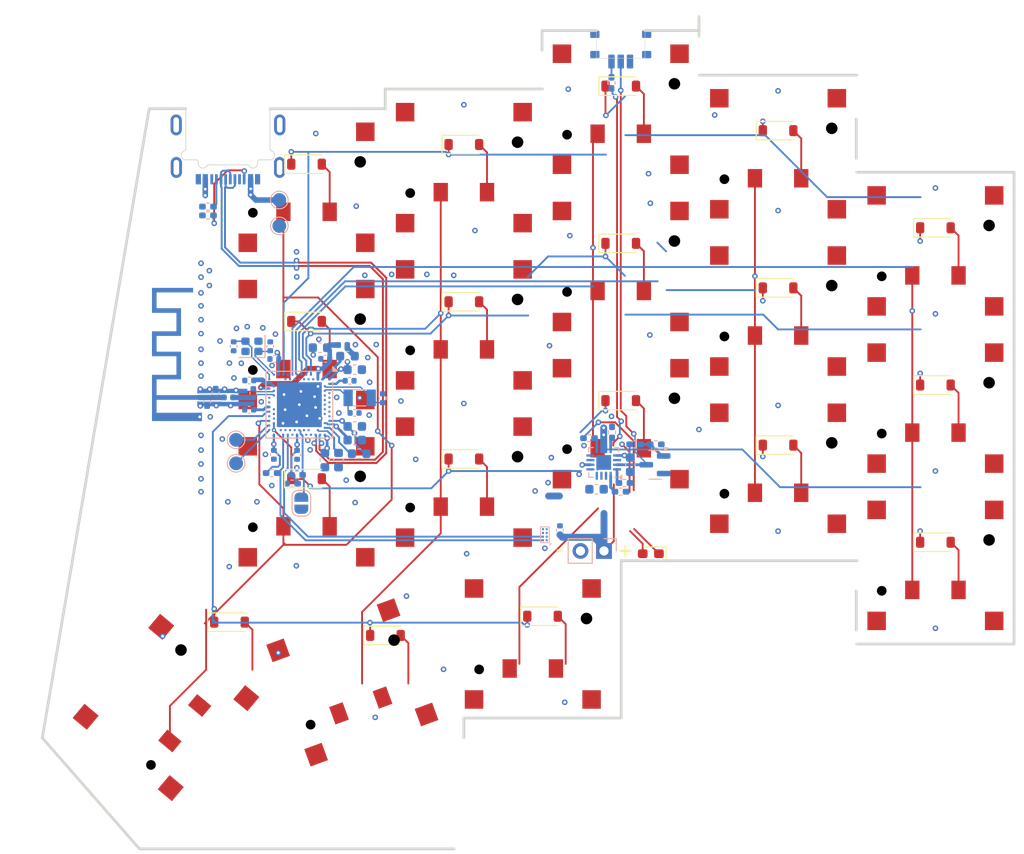
<source format=kicad_pcb>
(kicad_pcb (version 20241229) (generator "pcbnew") (generator_version "9.0")
  (title_block (title "Leptosis") (date "2025-07-05") (rev "v1.1") (company "Chengyin Yao (cheyao)") (comment 1 "A PG1316 Split Keyboard") (comment 2 "Right Half") (comment 3 "Solderpad License"))
  (layers (0 "F.Cu" signal) (4 "In1.Cu" signal) (6 "In2.Cu" signal) (2 "B.Cu" signal) (13 "F.Paste" user) (15 "B.Paste" user) (5 "F.SilkS" user "F.Silkscreen") (7 "B.SilkS" user "B.Silkscreen") (1 "F.Mask" user) (3 "B.Mask" user) (25 "Edge.Cuts" user))
  (net 0 "")
  (net 1 "/COL0")
  (net 2 "Net-(D1-A)")
  (net 3 "Net-(D2-A)")
  (net 4 "/COL1")
  (net 5 "/COL2")
  (net 6 "Net-(D3-A)")
  (net 7 "Net-(D4-A)")
  (net 8 "/COL3")
  (net 9 "Net-(D5-A)")
  (net 10 "/COL4")
  (net 11 "Net-(D7-A)")
  (net 12 "Net-(D8-A)")
  (net 13 "Net-(D9-A)")
  (net 14 "Net-(D10-A)")
  (net 15 "Net-(D11-A)")
  (net 16 "Net-(D13-A)")
  (net 17 "Net-(D14-A)")
  (net 18 "Net-(D15-A)")
  (net 19 "Net-(D16-A)")
  (net 20 "Net-(D17-A)")
  (net 21 "Net-(D21-A)")
  (net 22 "Net-(D22-A)")
  (net 23 "Net-(D23-A)")
  (net 34 "/~{RESET}")
  (net 54 "GND")
  (net 55 "Net-(AE1-A)")
  (net 56 "VDD_nRF")
  (net 57 "Net-(U1-XL1{slash}P0.00)")
  (net 58 "Net-(U1-DCC)")
  (net 59 "/D+")
  (net 60 "Net-(U1-XC2)")
  (net 61 "Net-(U1-ANT)")
  (net 62 "VBUS")
  (net 63 "Net-(U1-XC1)")
  (net 64 "/D-")
  (net 65 "Net-(U1-DCCH)")
  (net 66 "Net-(U1-XL2{slash}P0.01)")
  (net 67 "Net-(L2-Pad2)")
  (net 68 "Net-(J1-CC2)")
  (net 69 "Net-(J1-CC1)")
  (net 70 "+5V")
  (net 71 "Net-(U2-ILIM)")
  (net 72 "+BATT")
  (net 73 "/SYSOFF")
  (net 74 "Net-(Q2-G)")
  (net 75 "Net-(U2-TS)")
  (net 77 "Net-(U2-~{CHG})")
  (net 78 "Net-(U2-ISET)")
  (net 79 "Net-(SW31-A)")
  (net 80 "Net-(D31-K)")
  (net 81 "Net-(U1-SWDCLK)")
  (net 82 "Net-(U1-SWDIO)")
  (net 83 "/DEC1")
  (net 84 "/DEC3")
  (net 85 "/DEC5")
  (net 86 "/DEC4_6")
  (net 87 "/DECUSB")
  (net 88 "/ROW0")
  (net 89 "/ROW1")
  (net 90 "/ROW2")
  (net 91 "/ROW3")
  (net 92 "/SDA")
  (net 93 "/SCL")
  (net 94 "/~{ALERT}")
  (footprint "PCM_marbastlib-xp-choc:SW_PG1316S" (layer "F.Cu") (at 145.5 67.034416)
    (property "Reference" "SW4" (hide yes))
    (property "Value" "SW_Push")
  )
  (footprint "Diode_SMD:D_SOD-123" (layer "F.Cu") (at 145.5 81.534416)
    (property "Reference" "D9" (hide yes))
    (property "Value" "1N4148W")
  )
  (footprint "Diode_SMD:D_SOD-123" (layer "F.Cu") (at 111.55 106.974416)
    (property "Reference" "D17" (hide yes))
    (property "Value" "1N4148W")
  )
  (footprint "Diode_SMD:D_SOD-123" (layer "F.Cu") (at 145.5 98.534416)
    (property "Reference" "D15" (hide yes))
    (property "Value" "1N4148W")
  )
  (footprint "PCM_marbastlib-xp-choc:SW_PG1316S" (layer "F.Cu") (at 145.5 84.034416)
    (property "Reference" "SW10" (hide yes))
    (property "Value" "SW_Push")
  )
  (footprint "Diode_SMD:D_SOD-123" (layer "F.Cu") (at 179.5 79.85)
    (property "Reference" "D1" (hide yes))
    (property "Value" "1N4148W")
  )
  (footprint "PCM_marbastlib-xp-choc:SW_PG1316S" (layer "F.Cu") (at 145.5 101.034416)
    (property "Reference" "SW16" (hide yes))
    (property "Value" "SW_Push")
  )
  (footprint "PCM_marbastlib-xp-choc:SW_PG1316S" (layer "F.Cu") (at 162.5 105.85)
    (property "Reference" "SW15" (hide yes))
    (property "Value" "SW_Push")
  )
  (footprint "LED_SMD:LED_0603_1608Metric_Pad1.05x0.95mm_HandSolder" (layer "F.Cu") (at 148.75 115.09 180)
    (property "Reference" "D31" (hide yes))
    (property "Value" "LED")
  )
  (footprint "Diode_SMD:D_SOD-123" (layer "F.Cu") (at 128.55 104.849416)
    (property "Reference" "D16" (hide yes))
    (property "Value" "1N4148W")
  )
  (footprint "PCM_marbastlib-xp-choc:SW_PG1316S" (layer "F.Cu") (at 96.363013 131.711724 50)
    (property "Reference" "SW24" (hide yes))
    (property "Value" "SW_Push")
  )
  (footprint "Diode_SMD:D_SOD-123" (layer "F.Cu") (at 128.55 87.849416)
    (property "Reference" "D10" (hide yes))
    (property "Value" "1N4148W")
  )
  (footprint "Diode_SMD:D_SOD-123" (layer "F.Cu") (at 103.225 122.484416)
    (property "Reference" "D23" (hide yes))
    (property "Value" "1N4148W")
  )
  (footprint "Diode_SMD:D_SOD-123" (layer "F.Cu") (at 162.5 103.35)
    (property "Reference" "D14" (hide yes))
    (property "Value" "1N4148W")
  )
  (footprint "PCM_marbastlib-xp-choc:SW_PG1316S" (layer "F.Cu") (at 128.55 107.349416)
    (property "Reference" "SW17" (hide yes))
    (property "Value" "SW_Push")
  )
  (footprint "Diode_SMD:D_SOD-123" (layer "F.Cu") (at 162.5 69.35)
    (property "Reference" "D2" (hide yes))
    (property "Value" "1N4148W")
  )
  (footprint "Diode_SMD:D_SOD-123" (layer "F.Cu") (at 179.5 113.85)
    (property "Reference" "D13" (hide yes))
    (property "Value" "1N4148W")
  )
  (footprint "PCM_marbastlib-xp-choc:SW_PG1316S" (layer "F.Cu") (at 179.5 82.35)
    (property "Reference" "SW2" (hide yes))
    (property "Value" "SW_Push")
  )
  (footprint "Diode_SMD:D_SOD-123" (layer "F.Cu") (at 111.55 72.974416)
    (property "Reference" "D5" (hide yes))
    (property "Value" "1N4148W")
  )
  (footprint "PCM_marbastlib-xp-choc:SW_PG1316S" (layer "F.Cu") (at 179.5 116.35)
    (property "Reference" "SW14" (hide yes))
    (property "Value" "SW_Push")
  )
  (footprint "PCM_marbastlib-xp-choc:SW_PG1316S" (layer "F.Cu") (at 111.55 75.474416)
    (property "Reference" "SW6" (hide yes))
    (property "Value" "SW_Push")
  )
  (footprint "PCM_marbastlib-xp-choc:SW_PG1316S" (layer "F.Cu") (at 162.5 71.85)
    (property "Reference" "SW3" (hide yes))
    (property "Value" "SW_Push")
  )
  (footprint "Diode_SMD:D_SOD-123" (layer "F.Cu") (at 137.05 121.849416)
    (property "Reference" "D21" (hide yes))
    (property "Value" "1N4148W")
  )
  (footprint "Diode_SMD:D_SOD-123" (layer "F.Cu") (at 162.5 86.35)
    (property "Reference" "D8" (hide yes))
    (property "Value" "1N4148W")
  )
  (footprint "PCM_marbastlib-xp-choc:SW_PG1316S" (layer "F.Cu") (at 136 124.85)
    (property "Reference" "SW22" (hide yes))
    (property "Value" "SW_Push")
  )
  (footprint "PCM_marbastlib-xp-choc:SW_PG1316S" (layer "F.Cu") (at 111.55 109.474416)
    (property "Reference" "SW18" (hide yes))
    (property "Value" "SW_Push")
  )
  (footprint "Diode_SMD:D_SOD-123" (layer "F.Cu") (at 120.075 123.924416)
    (property "Reference" "D22" (hide yes))
    (property "Value" "1N4148W")
  )
  (footprint "PCM_marbastlib-xp-choc:SW_PG1316S" (layer "F.Cu") (at 179.5 99.35)
    (property "Reference" "SW8" (hide yes))
    (property "Value" "SW_Push")
  )
  (footprint "PCM_marbastlib-xp-choc:SW_PG1316S" (layer "F.Cu") (at 111.55 92.474416)
    (property "Reference" "SW12" (hide yes))
    (property "Value" "SW_Push")
  )
  (footprint "Diode_SMD:D_SOD-123" (layer "F.Cu") (at 179.5 96.85)
    (property "Reference" "D7" (hide yes))
    (property "Value" "1N4148W")
  )
  (footprint "Diode_SMD:D_SOD-123" (layer "F.Cu") (at 111.55 89.974416)
    (property "Reference" "D11" (hide yes))
    (property "Value" "1N4148W")
  )
  (footprint "PCM_marbastlib-xp-choc:SW_PG1316S" (layer "F.Cu") (at 128.55 73.349416)
    (property "Reference" "SW5" (hide yes))
    (property "Value" "SW_Push")
  )
  (footprint "PCM_marbastlib-xp-choc:SW_PG1316S" (layer "F.Cu") (at 128.55 90.349416)
    (property "Reference" "SW11" (hide yes))
    (property "Value" "SW_Push")
  )
  (footprint "Diode_SMD:D_SOD-123" (layer "F.Cu") (at 145.5 64.534416)
    (property "Reference" "D3" (hide yes))
    (property "Value" "1N4148W")
  )
  (footprint "PCM_marbastlib-xp-choc:SW_PG1316S" (layer "F.Cu") (at 162.5 88.85)
    (property "Reference" "SW9" (hide yes))
    (property "Value" "SW_Push")
  )
  (footprint "Diode_SMD:D_SOD-123" (layer "F.Cu") (at 128.55 70.849416)
    (property "Reference" "D4" (hide yes))
    (property "Value" "1N4148W")
  )
  (footprint "PCM_marbastlib-xp-choc:SW_PG1316S" (layer "F.Cu") (at 116.5 129 20)
    (property "Reference" "SW23" (hide yes))
    (property "Value" "SW_Push")
  )
  (footprint "Capacitor_SMD:C_0603_1608Metric" (layer "B.Cu") (at 116.7625 102.801916)
    (property "Reference" "C15" (hide yes))
    (property "Value" "4.7uF")
  )
  (footprint "leptosis:Switch_Sink_MINI_MSK12CO2" (layer "B.Cu") (at 145.5 60.029416)
    (property "Reference" "SW31" (hide yes))
    (property "Value" "SW_SPDT")
    (fp_line (start -2.625 1.5) (end -2.625 -1.5) (stroke (width 0.05)) (layer "Edge.Cuts"))
    (fp_line (start 2.625 -1.5) (end 2.625 1.5) (stroke (width 0.05)) (layer "Edge.Cuts"))
    (fp_line (start 2.625 1.5) (end -2.625 1.5) (stroke (width 0.05)) (layer "Edge.Cuts"))
  )
  (footprint "Capacitor_SMD:C_0402_1005Metric" (layer "B.Cu") (at 116.7375 99.866916)
    (property "Reference" "C4" (hide yes))
    (property "Value" "15pF")
  )
  (footprint "Crystal:Crystal_SMD_2016-4Pin_2.0x1.6mm" (layer "B.Cu") (at 105.6525 92.666916 180)
    (property "Reference" "Y1" (hide yes))
    (property "Value" "32MHz 12pF")
  )
  (footprint "Capacitor_SMD:C_0603_1608Metric" (layer "B.Cu") (at 116.7625 101.326916)
    (property "Reference" "C16" (hide yes))
    (property "Value" "4.7uF")
  )
  (footprint "Capacitor_SMD:C_0402_1005Metric" (layer "B.Cu") (at 105.36 96.36)
    (property "Reference" "C9" (hide yes))
    (property "Value" "100pF")
  )
  (footprint "Connector_PinSocket_2.54mm:PinSocket_1x02_P2.54mm_Vertical" (layer "B.Cu") (at 143.69 114.79 90)
    (property "Reference" "J2" (hide yes))
    (property "Value" "Conn_01x02")
  )
  (footprint "Package_DFN_QFN:Nordic_AQFN-73-1EP_7x7mm_P0.5mm" (layer "B.Cu") (at 110.7725 98.976916 180)
    (property "Reference" "U1" (hide yes))
    (property "Value" "nRF52840")
  )
  (footprint "Resistor_SMD:R_0402_1005Metric_Pad0.72x0.64mm_HandSolder" (layer "B.Cu") (at 145.475 108.38 180)
    (property "Reference" "R10" (hide yes))
    (property "Value" "10k")
  )
  (footprint "Inductor_SMD:L_0402_1005Metric" (layer "B.Cu") (at 103.115001 98.195)
    (property "Reference" "L1" (hide yes))
    (property "Value" "4.7nH")
  )
  (footprint "Capacitor_SMD:C_0402_1005Metric" (layer "B.Cu") (at 100.810001 98.675 -90)
    (property "Reference" "C6" (hide yes))
    (property "Value" "0.5pF")
  )
  (footprint "Resistor_SMD:R_0402_1005Metric_Pad0.72x0.64mm_HandSolder" (layer "B.Cu") (at 100.9 77.565 180)
    (property "Reference" "R1" (hide yes))
    (property "Value" "5.1k")
  )
  (footprint "Resistor_SMD:R_0402_1005Metric_Pad0.72x0.64mm_HandSolder" (layer "B.Cu") (at 100.9 78.515 180)
    (property "Reference" "R2" (hide yes))
    (property "Value" "5.1k")
  )
  (footprint "Capacitor_SMD:C_0603_1608Metric" (layer "B.Cu") (at 146.535 105.47 -90)
    (property "Reference" "C22" (hide yes))
    (property "Value" "4.7uF")
  )
  (footprint "Crystal:Crystal_SMD_3215-2Pin_3.2x1.5mm" (layer "B.Cu") (at 117.2925 98.236916 180)
    (property "Reference" "Y2" (hide yes))
    (property "Value" "32.768kHz 12.5pF")
  )
  (footprint "Capacitor_SMD:C_0402_1005Metric" (layer "B.Cu") (at 138.93 112.56 90)
    (property "Reference" "C23" (hide yes))
    (property "Value" "100nF")
  )
  (footprint "Capacitor_SMD:C_0402_1005Metric" (layer "B.Cu") (at 113.5725 94.016916)
    (property "Reference" "C12" (hide yes))
    (property "Value" "47nF")
  )
  (footprint "Resistor_SMD:R_0402_1005Metric_Pad0.72x0.64mm_HandSolder" (layer "B.Cu") (at 109.99 107.51)
    (property "Reference" "R15" (hide yes))
    (property "Value" "5.1k")
  )
  (footprint "Capacitor_SMD:C_0603_1608Metric" (layer "B.Cu") (at 113.5275 104.966916 -90)
    (property "Reference" "C14" (hide yes))
    (property "Value" "4.7uF")
  )
  (footprint "Resistor_SMD:R_0402_1005Metric_Pad0.72x0.64mm_HandSolder" (layer "B.Cu") (at 144.56 101.97 -90)
    (property "Reference" "R5" (hide yes))
    (property "Value" "1.5k")
  )
  (footprint "TestPoint:TestPoint_Pad_D1.5mm" (layer "B.Cu") (at 108.61 79.65)
    (property "Reference" "TP4" (hide yes))
    (property "Value" "TestPoint")
  )
  (footprint "RF_Antenna:Texas_SWRA117D_2.4GHz_Left" (layer "B.Cu") (at 100.000001 98.195 -90)
    (property "Reference" "AE1" (hide yes))
    (property "Value" "Antenna_Shield")
  )
  (footprint "Inductor_SMD:L_0603_1608Metric" (layer "B.Cu") (at 115.9725 93.726916)
    (property "Reference" "L2" (hide yes))
    (property "Value" "10uH")
  )
  (footprint "Inductor_SMD:L_0603_1608Metric" (layer "B.Cu") (at 117.2375 104.276916)
    (property "Reference" "L4" (hide yes))
    (property "Value" "10uH")
  )
  (footprint "Resistor_SMD:R_0402_1005Metric_Pad0.72x0.64mm_HandSolder" (layer "B.Cu") (at 142.0725 102.6 180)
    (property "Reference" "R9" (hide yes))
    (property "Value" "1.5k")
  )
  (footprint "Capacitor_SMD:C_0402_1005Metric" (layer "B.Cu") (at 103.6775 92.666916 90)
    (property "Reference" "C1" (hide yes))
    (property "Value" "15pF")
  )
  (footprint "Capacitor_SMD:C_0402_1005Metric" (layer "B.Cu") (at 116.2025 96.391916 180)
    (property "Reference" "C8" (hide yes))
    (property "Value" "100nF")
  )
  (footprint "Capacitor_SMD:C_0402_1005Metric" (layer "B.Cu") (at 108.02 104.386916 -90)
    (property "Reference" "C20" (hide yes))
    (property "Value" "100nF")
  )
  (footprint "Inductor_SMD:L_0402_1005Metric" (layer "B.Cu") (at 115.465 92.526916 180)
    (property "Reference" "L3" (hide yes))
    (property "Value" "15nH")
  )
  (footprint "Capacitor_SMD:C_0402_1005Metric" (layer "B.Cu") (at 101.730001 97.695 90)
    (property "Reference" "C7" (hide yes))
    (property "Value" "NC")
  )
  (footprint "Resistor_SMD:R_0402_1005Metric_Pad0.72x0.64mm_HandSolder" (layer "B.Cu") (at 147.06 103.27 180)
    (property "Reference" "R7" (hide yes))
    (property "Value" "100")
  )
  (footprint "TestPoint:TestPoint_Pad_D1.5mm" (layer "B.Cu") (at 108.61 76.85)
    (property "Reference" "TP3" (hide yes))
    (property "Value" "TestPoint")
  )
  (footprint "Capacitor_SMD:C_0402_1005Metric" (layer "B.Cu") (at 110.5275 104.396916 -90)
    (property "Reference" "C19" (hide yes))
    (property "Value" "100nF")
  )
  (footprint "PCM_marbastlib-various:USB_C_Receptacle_HRO_TYPE-C-31-M-14" (layer "B.Cu") (at 103.059999 73.409416)
    (property "Reference" "J1" (hide yes))
    (property "Value" "USB_C_Receptacle_USB2.0_14P")
    (fp_line (start -4.554999 -2.0758) (end -4.554999 -6.435) (stroke (width 0.08)) (layer "Edge.Cuts"))
    (fp_line (start -3.405 -0.905) (end -4.555 -0.905) (stroke (width 0.08)) (layer "Edge.Cuts"))
    (fp_line (start -3.204999 -0.505) (end -3.204999 -0.705) (stroke (width 0.08)) (layer "Edge.Cuts"))
    (fp_line (start -0.004999 -0.355) (end -2.098781 -0.355) (stroke (width 0.08)) (layer "Edge.Cuts"))
    (fp_line (start -0.004999 -0.355) (end 2.0888 -0.355) (stroke (width 0.08)) (layer "Edge.Cuts"))
    (fp_line (start 3.195001 -0.505) (end 3.195001 -0.705) (stroke (width 0.08)) (layer "Edge.Cuts"))
    (fp_line (start 3.395 -0.905) (end 4.545 -0.905) (stroke (width 0.08)) (layer "Edge.Cuts"))
    (fp_line (start 4.545001 -2.075821) (end 4.545001 -6.43) (stroke (width 0.08)) (layer "Edge.Cuts"))
    (fp_arc (start -4.555 -0.905) (mid -5.04976 -1.332815) (end -4.697856 -1.884157) (stroke (width 0.08)) (layer "Edge.Cuts"))
    (fp_arc (start -4.554999 -2.0758) (mid -4.594642 -1.956298) (end -4.697856 -1.884158) (stroke (width 0.08)) (layer "Edge.Cuts"))
    (fp_arc (start -3.405 -0.905) (mid -3.263577 -0.846421) (end -3.204999 -0.705) (stroke (width 0.08)) (layer "Edge.Cuts"))
    (fp_arc (start -2.271986 -0.255) (mid -2.834409 -0.022037) (end -3.205001 -0.505) (stroke (width 0.08)) (layer "Edge.Cuts"))
    (fp_arc (start -2.271986 -0.255) (mid -2.198781 -0.328205) (end -2.098781 -0.355) (stroke (width 0.08)) (layer "Edge.Cuts"))
    (fp_arc (start 2.0888 -0.355) (mid 2.188789 -0.328211) (end 2.261988 -0.255) (stroke (width 0.08)) (layer "Edge.Cuts"))
    (fp_arc (start 3.195001 -0.705) (mid 3.253579 -0.846421) (end 3.395 -0.905) (stroke (width 0.08)) (layer "Edge.Cuts"))
    (fp_arc (start 3.195001 -0.505) (mid 2.82441 -0.022036) (end 2.261988 -0.255) (stroke (width 0.08)) (layer "Edge.Cuts"))
    (fp_arc (start 4.687858 -1.884158) (mid 5.039763 -1.332815) (end 4.545 -0.905) (stroke (width 0.08)) (layer "Edge.Cuts"))
    (fp_arc (start 4.687858 -1.884158) (mid 4.584652 -1.9563) (end 4.545001 -2.075821) (stroke (width 0.08)) (layer "Edge.Cuts"))
  )
  (footprint "Resistor_SMD:R_0402_1005Metric_Pad0.72x0.64mm_HandSolder" (layer "B.Cu") (at 107.78 106.37 180)
    (property "Reference" "R16" (hide yes))
    (property "Value" "5.1k")
  )
  (footprint "Resistor_SMD:R_0402_1005Metric_Pad0.72x0.64mm_HandSolder" (layer "B.Cu") (at 110.5275 106.566916)
    (property "Reference" "R3" (hide yes))
    (property "Value" "10k")
  )
  (footprint "Resistor_SMD:R_0402_1005Metric_Pad0.72x0.64mm_HandSolder" (layer "B.Cu") (at 144.5 64.184416 -90)
    (property "Reference" "R8" (hide yes))
    (property "Value" "10k")
  )
  (footprint "Capacitor_SMD:C_0402_1005Metric" (layer "B.Cu") (at 107.6275 92.666916 -90)
    (property "Reference" "C2" (hide yes))
    (property "Value" "15pF")
  )
  (footprint "Capacitor_SMD:C_0603_1608Metric" (layer "B.Cu") (at 115.0025 104.966916 90)
    (property "Reference" "C13" (hide yes))
    (property "Value" "4.7uF")
  )
  (footprint "Capacitor_SMD:C_0402_1005Metric" (layer "B.Cu") (at 105.8 97.725 90)
    (property "Reference" "C5" (hide yes))
    (property "Value" "0.8pF")
  )
  (footprint "Resistor_SMD:R_0402_1005Metric_Pad0.72x0.64mm_HandSolder" (layer "B.Cu") (at 145.9 107.44 180)
    (property "Reference" "R4" (hide yes))
    (property "Value" "3.9k")
  )
  (footprint "Jumper:SolderJumper-2_P1.3mm_Open_RoundedPad1.0x1.5mm" (layer "B.Cu") (at 110.9875 109.626916 90)
    (property "Reference" "JP1" (hide yes))
    (property "Value" "SolderJumper_2_Open")
  )
  (footprint "leptosis:WLP-8_1.67x0.93_P0.4" (layer "B.Cu") (at 137.3 113.04 90)
    (property "Reference" "U3" (hide yes))
    (property "Value" "MAX17048X")
  )
  (footprint "Package_TO_SOT_SMD:SOT-23" (layer "B.Cu") (at 149.2 105.47 180)
    (property "Reference" "Q2" (hide yes))
    (property "Value" "2N7002")
  )
  (footprint "Package_DFN_QFN:VQFN-16-1EP_3x3mm_P0.5mm_EP1.6x1.6mm" (layer "B.Cu") (at 143.66 105.22 90)
    (property "Reference" "U2" (hide yes))
    (property "Value" "BQ24075RGT")
  )
  (footprint "Capacitor_SMD:C_0402_1005Metric" (layer "B.Cu") (at 119.7725 98.276916 90)
    (property "Reference" "C3" (hide yes))
    (property "Value" "15pF")
  )
  (footprint "Capacitor_SMD:C_0603_1608Metric" (layer "B.Cu") (at 116.7525 95.191916)
    (property "Reference" "C17" (hide yes))
    (property "Value" "1uF")
  )
  (footprint "Capacitor_SMD:C_0402_1005Metric" (layer "B.Cu") (at 105.3525 99.526916)
    (property "Reference" "C10" (hide yes))
    (property "Value" "820pF")
  )
  (footprint "TestPoint:TestPoint_Pad_D1.5mm" (layer "B.Cu") (at 103.9375 102.776916)
    (property "Reference" "TP1" (hide yes))
    (property "Value" "TestPoint")
  )
  (footprint "Capacitor_SMD:C_0402_1005Metric" (layer "B.Cu") (at 108.0775 94.036916 180)
    (property "Reference" "C18" (hide yes))
    (property "Value" "100nF")
  )
  (footprint "Capacitor_SMD:C_0603_1608Metric" (layer "B.Cu") (at 142.885 108.12 180)
    (property "Reference" "C21" (hide yes))
    (property "Value" "4.7uF")
  )
  (footprint "Resistor_SMD:R_0402_1005Metric_Pad0.72x0.64mm_HandSolder" (layer "B.Cu") (at 149.285 103.27 180)
    (property "Reference" "R6" (hide yes))
    (property "Value" "10k")
  )
  (footprint "Capacitor_SMD:C_0603_1608Metric" (layer "B.Cu") (at 113.0025 92.816916)
    (property "Reference" "C11" (hide yes))
    (property "Value" "1uF")
  )
  (footprint "TestPoint:TestPoint_Pad_D1.5mm" (layer "B.Cu") (at 103.9375 105.316916)
    (property "Reference" "TP2" (hide yes))
    (property "Value" "TestPoint")
  )
  (gr_line (start 137.000001 58.534416) (end 137.000001 60.659416) (stroke (width 0.3)) (layer "Edge.Cuts"))
  (gr_line (start 145.550001 115.849416) (end 145.550001 132.849416) (stroke (width 0.3)) (layer "Edge.Cuts"))
  (gr_line (start 145.550001 132.849416) (end 128.550001 132.849416) (stroke (width 0.3)) (layer "Edge.Cuts"))
  (gr_line (start 120.050001 64.849416) (end 120.050001 66.974416) (stroke (width 0.3)) (layer "Edge.Cuts"))
  (gr_line (start 153.950001 59.16) (end 153.950001 57.03) (stroke (width 0.3)) (layer "Edge.Cuts"))
  (gr_line (start 142.875001 58.534416) (end 137.000001 58.534416) (stroke (width 0.3)) (layer "Edge.Cuts"))
  (gr_line (start 120.050001 66.974416) (end 107.605 66.979416) (stroke (width 0.3)) (layer "Edge.Cuts"))
  (gr_line (start 188.000001 124.85) (end 171.000001 124.85) (stroke (width 0.3)) (layer "Edge.Cuts"))
  (gr_line (start 170.950001 72.350584) (end 170.950001 68.100584) (stroke (width 0.3)) (layer "Edge.Cuts"))
  (gr_line (start 154.000001 58.529416) (end 148.125001 58.534416) (stroke (width 0.3)) (layer "Edge.Cuts"))
  (gr_line (start 98.505 66.974416) (end 94.550001 66.974416) (stroke (width 0.3)) (layer "Edge.Cuts"))
  (gr_line (start 83 135) (end 94.550001 66.974416) (stroke (width 0.3)) (layer "Edge.Cuts"))
  (gr_line (start 171.000001 63.35) (end 154.000001 63.35) (stroke (width 0.3)) (layer "Edge.Cuts"))
  (gr_line (start 170.950001 123.350584) (end 170.950001 119.100584) (stroke (width 0.3)) (layer "Edge.Cuts"))
  (gr_line (start 127.5 147) (end 93.5 147) (stroke (width 0.3)) (layer "Edge.Cuts"))
  (gr_line (start 188.000001 73.85) (end 171.000001 73.85) (stroke (width 0.3)) (layer "Edge.Cuts"))
  (gr_line (start 171.050001 115.849416) (end 145.550001 115.849416) (stroke (width 0.3)) (layer "Edge.Cuts"))
  (gr_line (start 83 135) (end 93.5 147) (stroke (width 0.3)) (layer "Edge.Cuts"))
  (gr_line (start 137.050001 64.849416) (end 120.050001 64.849416) (stroke (width 0.3)) (layer "Edge.Cuts"))
  (gr_line (start 188.000001 73.85) (end 188.000001 124.85) (stroke (width 0.3)) (layer "Edge.Cuts"))
  (gr_line (start 128.550001 132.849416) (end 128.550001 134.974416) (stroke (width 0.3)) (layer "Edge.Cuts"))
  (gr_text "+" (at 146 114.75 180) (layer "F.SilkS") (effects (font (size 1.5 1.5) (thickness 0.3) (bold yes))))
  (gr_text "-" (at 138.9 114.8 180) (layer "F.SilkS") (effects (font (size 1.5 1.5) (thickness 0.3) (bold yes))))
  (segment (start 177 119) (end 177 88.840584) (width 0.2) (layer "F.Cu") (net 1))
  (segment (start 177 88.840584) (end 177 85) (width 0.2) (layer "F.Cu") (net 1))
  (via (at 177 88.840584) (size 0.6) (drill 0.3) (layers "F.Cu" "B.Cu") (net 1))
  (segment (start 110.022501 90.717499) (end 116.65 84.09) (width 0.2) (layer "B.Cu") (net 1))
  (segment (start 116.65 84.09) (end 177.05 84.09) (width 0.2) (layer "B.Cu") (net 1))
  (segment (start 110.022501 95.726916) (end 110.022501 90.717499) (width 0.2) (layer "B.Cu") (net 1))
  (segment (start 182 80.7) (end 181.15 79.85) (width 0.2) (layer "F.Cu") (net 2))
  (segment (start 182 85) (end 182 80.7) (width 0.2) (layer "F.Cu") (net 2))
  (segment (start 165 70.2) (end 164.15 69.35) (width 0.2) (layer "F.Cu") (net 3))
  (segment (start 165 74.5) (end 165 70.2) (width 0.2) (layer "F.Cu") (net 3))
  (segment (start 160 85.090584) (end 160 108.5) (width 0.2) (layer "F.Cu") (net 4))
  (segment (start 160 74.5) (end 160 85.090584) (width 0.2) (layer "F.Cu") (net 4))
  (via (at 160 85.090584) (size 0.6) (drill 0.3) (layers "F.Cu" "B.Cu") (net 4))
  (segment (start 110.397499 95.601916) (end 110.397499 93.947999) (width 0.2) (layer "B.Cu") (net 4))
  (segment (start 110.399 93.946498) (end 110.399 90.941) (width 0.2) (layer "B.Cu") (net 4))
  (segment (start 115.701 85.639) (end 149.499 85.639) (width 0.2) (layer "B.Cu") (net 4))
  (segment (start 110.522499 95.726916) (end 110.397499 95.601916) (width 0.2) (layer "B.Cu") (net 4))
  (segment (start 150.45 86.59) (end 160.05 86.59) (width 0.2) (layer "B.Cu") (net 4))
  (segment (start 110.399 90.941) (end 115.701 85.639) (width 0.2) (layer "B.Cu") (net 4))
  (segment (start 110.397499 93.947999) (end 110.399 93.946498) (width 0.2) (layer "B.Cu") (net 4))
  (segment (start 149.449 81.449) (end 150.4 82.4) (width 0.2) (layer "B.Cu") (net 4))
  (segment (start 142.5 103.184416) (end 143 103.684416) (width 0.2) (layer "F.Cu") (net 5))
  (segment (start 142.5 82) (end 142.5 70.184416) (width 0.2) (layer "F.Cu") (net 5))
  (segment (start 134.55 118.69) (end 143.05 110.19) (width 0.2) (layer "F.Cu") (net 5))
  (segment (start 142.5 70.184416) (end 143 69.684416) (width 0.2) (layer "F.Cu") (net 5))
  (segment (start 142.5 82) (end 142.5 103.184416) (width 0.2) (layer "F.Cu") (net 5))
  (segment (start 134.55 126.999416) (end 134.55 118.69) (width 0.2) (layer "F.Cu") (net 5))
  (segment (start 143 106) (end 143 103.684416) (width 0.2) (layer "F.Cu") (net 5))
  (via (at 142.5 82) (size 0.6) (drill 0.3) (layers "F.Cu" "B.Cu") (net 5))
  (segment (start 111.0225 94.3625) (end 111.0225 95.726916) (width 0.2) (layer "B.Cu") (net 5))
  (segment (start 115.75 86.19) (end 110.75 91.19) (width 0.2) (layer "B.Cu") (net 5))
  (segment (start 110.75 91.19) (end 110.75 94.09) (width 0.2) (layer "B.Cu") (net 5))
  (segment (start 142.55 86.19) (end 115.75 86.19) (width 0.2) (layer "B.Cu") (net 5))
  (segment (start 110.75 94.09) (end 111.0225 94.3625) (width 0.2) (layer "B.Cu") (net 5))
  (segment (start 148 65.384416) (end 147.15 64.534416) (width 0.2) (layer "F.Cu") (net 6))
  (segment (start 148 69.684416) (end 148 65.384416) (width 0.2) (layer "F.Cu") (net 6))
  (segment (start 131.05 71.699416) (end 130.2 70.849416) (width 0.2) (layer "F.Cu") (net 7))
  (segment (start 131.05 75.999416) (end 131.05 71.699416) (width 0.2) (layer "F.Cu") (net 7))
  (segment (start 126.05 112.89) (end 126.05 109.999416) (width 0.2) (layer "F.Cu") (net 8))
  (segment (start 126.05 89.09) (end 126.05 109.999416) (width 0.2) (layer "F.Cu") (net 8))
  (segment (start 126.05 75.999416) (end 126.05 89.09) (width 0.2) (layer "F.Cu") (net 8))
  (segment (start 117.55 129.124416) (end 117.55 121.39) (width 0.2) (layer "F.Cu") (net 8))
  (segment (start 117.55 121.39) (end 126.05 112.89) (width 0.2) (layer "F.Cu") (net 8))
  (via (at 126.05 89.09) (size 0.6) (drill 0.3) (layers "F.Cu" "B.Cu") (net 8))
  (segment (start 126.05 89.09) (end 124.375 90.765) (width 0.2) (layer "B.Cu") (net 8))
  (segment (start 111.15 93.84) (end 111.5225 94.2125) (width 0.2) (layer "B.Cu") (net 8))
  (segment (start 111.5225 94.2125) (end 111.5225 95.726916) (width 0.2) (layer "B.Cu") (net 8))
  (segment (start 111.15 91.315) (end 111.15 93.84) (width 0.2) (layer "B.Cu") (net 8))
  (segment (start 112.225 90.64) (end 111.825 90.64) (width 0.2) (layer "B.Cu") (net 8))
  (segment (start 112.35 90.765) (end 112.225 90.64) (width 0.2) (layer "B.Cu") (net 8))
  (segment (start 124.375 90.765) (end 112.35 90.765) (width 0.2) (layer "B.Cu") (net 8))
  (segment (start 111.825 90.64) (end 111.15 91.315) (width 0.2) (layer "B.Cu") (net 8))
  (segment (start 114.05 73.824416) (end 113.2 72.974416) (width 0.2) (layer "F.Cu") (net 9))
  (segment (start 114.05 78.124416) (end 114.05 73.824416) (width 0.2) (layer "F.Cu") (net 9))
  (segment (start 106.451 101.091) (end 106.451 107.589) (width 0.2) (layer "F.Cu") (net 10))
  (segment (start 119.2454 93.8354) (end 119.2454 101.84) (width 0.2) (layer "F.Cu") (net 10))
  (segment (start 115.863584 114.126416) (end 109.25 114.126416) (width 0.2) (layer "F.Cu") (net 10))
  (segment (start 106.451 107.589) (end 106.45 107.59) (width 0.2) (layer "F.Cu") (net 10))
  (segment (start 109.25 114.09) (end 109.05 113.89) (width 0.2) (layer "F.Cu") (net 10))
  (segment (start 109.25 114.126416) (end 109.25 114.09) (width 0.2) (layer "F.Cu") (net 10))
  (segment (start 106.35 100.99) (end 106.451 101.091) (width 0.2) (layer "F.Cu") (net 10))
  (segment (start 116.1 90.69) (end 119.2454 93.8354) (width 0.2) (layer "F.Cu") (net 10))
  (segment (start 120.75 109.24) (end 115.863584 114.126416) (width 0.2) (layer "F.Cu") (net 10))
  (segment (start 96.786062 135.330222) (end 96.786062 131.548354) (width 0.2) (layer "F.Cu") (net 10))
  (segment (start 109.05 114.126416) (end 109.05 113.89) (width 0.2) (layer "F.Cu") (net 10))
  (segment (start 106.45 107.59) (end 109.05 110.19) (width 0.2) (layer "F.Cu") (net 10))
  (segment (start 100.7 127.634416) (end 100.7 121.136416) (width 0.2) (layer "F.Cu") (net 10))
  (segment (start 109.05 110.19) (end 109.05 112.124416) (width 0.2) (layer "F.Cu") (net 10))
  (segment (start 109.05 95.124416) (end 109.05 87.39) (width 0.2) (layer "F.Cu") (net 10))
  (segment (start 112.8 87.39) (end 116.1 90.69) (width 0.2) (layer "F.Cu") (net 10))
  (segment (start 109.05 87.39) (end 109.05 78.124416) (width 0.2) (layer "F.Cu") (net 10))
  (segment (start 109.05 113.89) (end 109.05 112.124416) (width 0.2) (layer "F.Cu") (net 10))
  (segment (start 100.55 122.626416) (end 109.05 114.126416) (width 0.2) (layer "F.Cu") (net 10))
  (segment (start 109.05 87.39) (end 112.8 87.39) (width 0.2) (layer "F.Cu") (net 10))
  (segment (start 96.786062 131.548354) (end 100.7 127.634416) (width 0.2) (layer "F.Cu") (net 10))
  (segment (start 109.25 114.126416) (end 109.05 114.126416) (width 0.2) (layer "F.Cu") (net 10))
  (segment (start 120.75 103.39) (end 120.75 109.24) (width 0.2) (layer "F.Cu") (net 10))
  (via (at 119.2454 101.84) (size 0.6) (drill 0.3) (layers "F.Cu" "B.Cu") (net 10))
  (via (at 106.35 100.99) (size 0.6) (drill 0.3) (layers "F.Cu" "B.Cu") (net 10))
  (via (at 120.75 103.39) (size 0.6) (drill 0.3) (layers "F.Cu" "B.Cu") (net 10))
  (segment (start 119.2454 101.8854) (end 120.75 103.39) (width 0.2) (layer "B.Cu") (net 10))
  (segment (start 119.2454 101.84) (end 119.2454 101.8854) (width 0.2) (layer "B.Cu") (net 10))
  (segment (start 106.613084 100.726916) (end 106.35 100.99) (width 0.2) (layer "B.Cu") (net 10))
  (segment (start 107.5225 100.726916) (end 106.613084 100.726916) (width 0.2) (layer "B.Cu") (net 10))
  (segment (start 182 97.7) (end 181.15 96.85) (width 0.2) (layer "F.Cu") (net 11))
  (segment (start 182 102) (end 182 97.7) (width 0.2) (layer "F.Cu") (net 11))
  (segment (start 165 91.5) (end 165 87.2) (width 0.2) (layer "F.Cu") (net 12))
  (segment (start 165 87.2) (end 164.15 86.35) (width 0.2) (layer "F.Cu") (net 12))
  (segment (start 148 86.684416) (end 148 82.384416) (width 0.2) (layer "F.Cu") (net 13))
  (segment (start 148 82.384416) (end 147.15 81.534416) (width 0.2) (layer "F.Cu") (net 13))
  (segment (start 131.05 88.699416) (end 130.2 87.849416) (width 0.2) (layer "F.Cu") (net 14))
  (segment (start 131.05 92.999416) (end 131.05 88.699416) (width 0.2) (layer "F.Cu") (net 14))
  (segment (start 114.05 90.824416) (end 113.2 89.974416) (width 0.2) (layer "F.Cu") (net 15))
  (segment (start 114.05 95.124416) (end 114.05 90.824416) (width 0.2) (layer "F.Cu") (net 15))
  (segment (start 182 114.7) (end 181.15 113.85) (width 0.2) (layer "F.Cu") (net 16))
  (segment (start 182 119) (end 182 114.7) (width 0.2) (layer "F.Cu") (net 16))
  (segment (start 165 104.2) (end 164.15 103.35) (width 0.2) (layer "F.Cu") (net 17))
  (segment (start 165 108.5) (end 165 104.2) (width 0.2) (layer "F.Cu") (net 17))
  (segment (start 148 103.684416) (end 148 99.384416) (width 0.2) (layer "F.Cu") (net 18))
  (segment (start 148 99.384416) (end 147.15 98.534416) (width 0.2) (layer "F.Cu") (net 18))
  (segment (start 131.05 109.999416) (end 131.05 105.699416) (width 0.2) (layer "F.Cu") (net 19))
  (segment (start 131.05 105.699416) (end 130.2 104.849416) (width 0.2) (layer "F.Cu") (net 19))
  (segment (start 114.05 112.124416) (end 114.05 107.824416) (width 0.2) (layer "F.Cu") (net 20))
  (segment (start 114.05 107.824416) (end 113.2 106.974416) (width 0.2) (layer "F.Cu") (net 20))
  (segment (start 139.55 122.699416) (end 138.7 121.849416) (width 0.2) (layer "F.Cu") (net 21))
  (segment (start 139.55 126.999416) (end 139.55 122.699416) (width 0.2) (layer "F.Cu") (net 21))
  (segment (start 122.55 129.124416) (end 122.55 124.749415) (width 0.2) (layer "F.Cu") (net 22))
  (segment (start 122.55 124.749415) (end 121.725 123.924415) (width 0.2) (layer "F.Cu") (net 22))
  (segment (start 100.5 131) (end 100 131.5) (width 0.2) (layer "F.Cu") (net 23))
  (segment (start 105.7 127.634416) (end 105.7 123.309416) (width 0.2) (layer "F.Cu") (net 23))
  (segment (start 105.7 123.309416) (end 104.875 122.484416) (width 0.2) (layer "F.Cu") (net 23))
  (segment (start 111.26 106.701916) (end 111.125 106.566916) (width 0.2) (layer "B.Cu") (net 34))
  (segment (start 111.125 106.566916) (end 111.125 102.329415) (width 0.2) (layer "B.Cu") (net 34))
  (segment (start 111.022501 102.226916) (end 110.896501 102.100916) (width 0.2) (layer "B.Cu") (net 34))
  (segment (start 110.896501 101.850917) (end 110.7725 101.726916) (width 0.2) (layer "B.Cu") (net 34))
  (segment (start 111.26 108.704416) (end 111.26 106.701916) (width 0.2) (layer "B.Cu") (net 34))
  (segment (start 111.125 102.329415) (end 111.022501 102.226916) (width 0.2) (layer "B.Cu") (net 34))
  (segment (start 110.896501 102.100916) (end 110.896501 101.850917) (width 0.2) (layer "B.Cu") (net 34))
  (segment (start 110.9875 108.976916) (end 111.26 108.704416) (width 0.2) (layer "B.Cu") (net 34))
  (via (at 100.15 85.19) (size 0.6) (drill 0.3) (layers "F.Cu" "B.Cu") (net 54))
  (via (at 126.35 127.59) (size 0.6) (drill 0.3) (layers "F.Cu" "B.Cu") (net 54))
  (via (at 101.05 84.49) (size 0.6) (drill 0.3) (layers "F.Cu" "B.Cu") (net 54))
  (via (at 162.5 65.05) (size 0.6) (drill 0.3) (layers "F.Cu" "B.Cu") (net 54))
  (via (at 162.5 112.65) (size 0.6) (drill 0.3) (layers "F.Cu" "B.Cu") (net 54))
  (via (at 101.075001 97.3) (size 0.6) (drill 0.3) (layers "F.Cu" "B.Cu") (net 54))
  (via (at 111.59 100.17) (size 0.6) (drill 0.3) (layers "F.Cu" "B.Cu") (net 54))
  (via (at 148.643613 91.441409) (size 0.6) (drill 0.3) (layers "F.Cu" "B.Cu") (net 54))
  (via (at 103.2175 94.48) (size 0.6) (drill 0.3) (layers "F.Cu" "B.Cu") (net 54))
  (via (at 139.83 64.86) (size 0.6) (drill 0.3) (layers "F.Cu" "B.Cu") (net 54))
  (via (at 112.273482 93.585663) (size 0.6) (drill 0.3) (layers "F.Cu" "B.Cu") (net 54))
  (via (at 112.53 99.274416) (size 0.6) (drill 0.3) (layers "F.Cu" "B.Cu") (net 54))
  (via (at 100.15 103.89) (size 0.6) (drill 0.3) (layers "F.Cu" "B.Cu") (net 54))
  (via (at 102.45 102.69) (size 0.6) (drill 0.3) (layers "F.Cu" "B.Cu") (net 54))
  (via (at 100.15 83.69) (size 0.6) (drill 0.3) (layers "F.Cu" "B.Cu") (net 54))
  (via (at 100.15 91.29) (size 0.6) (drill 0.3) (layers "F.Cu" "B.Cu") (net 54))
  (via (at 155.65 67.66) (size 0.6) (drill 0.3) (layers "F.Cu" "B.Cu") (net 54))
  (via (at 179.5 106.15) (size 0.6) (drill 0.3) (layers "F.Cu" "B.Cu") (net 54))
  (via (at 109.01 100.99) (size 0.6) (drill 0.3) (layers "F.Cu" "B.Cu") (net 54))
  (via (at 122.35 119.674416) (size 0.6) (drill 0.3) (layers "F.Cu" "B.Cu") (net 54))
  (via (at 108.5 125.8) (size 0.6) (drill 0.3) (layers "F.Cu" "B.Cu") (net 54))
  (via (at 137.3 114.5) (size 0.6) (drill 0.3) (layers "F.Cu" "B.Cu") (net 54))
  (via (at 100.15 106.99) (size 0.6) (drill 0.3) (layers "F.Cu" "B.Cu") (net 54))
  (via (at 104.5 94.5) (size 0.6) (drill 0.3) (layers "F.Cu" "B.Cu") (net 54))
  (via (at 136.25 108.31) (size 0.6) (drill 0.3) (layers "F.Cu" "B.Cu") (net 54))
  (via (at 112.55 69.66) (size 0.6) (drill 0.3) (layers "F.Cu" "B.Cu") (net 54))
  (via (at 127.45 84.99) (size 0.6) (drill 0.3) (layers "F.Cu" "B.Cu") (net 54))
  (via (at 111.94 103.86) (size 0.6) (drill 0.3) (layers "F.Cu" "B.Cu") (net 54))
  (via (at 129.75 80.149416) (size 0.6) (drill 0.3) (layers "F.Cu" "B.Cu") (net 54))
  (via (at 102.700001 97.3) (size 0.6) (drill 0.3) (layers "F.Cu" "B.Cu") (net 54))
  (via (at 128.55 66.549416) (size 0.6) (drill 0.3) (layers "F.Cu" "B.Cu") (net 54))
  (via (at 101.15 100.29) (size 0.6) (drill 0.3) (layers "F.Cu" "B.Cu") (net 54))
  (via (at 110.48 100.84) (size 0.6) (drill 0.3) (layers "F.Cu" "B.Cu") (net 54))
  (via (at 106.83 90.67) (size 0.6) (drill 0.3) (layers "F.Cu" "B.Cu") (net 54))
  (via (at 110.7725 98.976916) (size 0.6) (drill 0.3) (layers "F.Cu" "B.Cu") (net 54))
  (via (at 141.53 103.4) (size 0.6) (drill 0.3) (layers "F.Cu" "B.Cu") (net 54))
  (via (at 117.85 84.99) (size 0.6) (drill 0.3) (layers "F.Cu" "B.Cu") (net 54))
  (via (at 109.24 99.52) (size 0.6) (drill 0.3) (layers "F.Cu" "B.Cu") (net 54))
  (via (at 115.837477 107.142835) (size 0.6) (drill 0.3) (layers "F.Cu" "B.Cu") (net 54))
  (via (at 139.45 131.149416) (size 0.6) (drill 0.3) (layers "F.Cu" "B.Cu") (net 54))
  (via (at 100.15 105.39) (size 0.6) (drill 0.3) (layers "F.Cu" "B.Cu") (net 54))
  (via (at 112.97 100.46) (size 0.6) (drill 0.3) (layers "F.Cu" "B.Cu") (net 54))
  (via (at 115.04 99.88) (size 0.6) (drill 0.3) (layers "F.Cu" "B.Cu") (net 54))
  (via (at 108.19 91.35) (size 0.6) (drill 0.3) (layers "F.Cu" "B.Cu") (net 54))
  (via (at 118.97 132.78) (size 0.6) (drill 0.3) (layers "F.Cu" "B.Cu") (net 54))
  (via (at 103.2 116.484416) (size 0.6) (drill 0.3) (layers "F.Cu" "B.Cu") (net 54))
  (via (at 144.5 100.24) (size 0.6) (drill 0.3) (layers "F.Cu" "B.Cu") (net 54))
  (via (at 101.800001 99.075) (size 0.6) (drill 0.3) (layers "F.Cu" "B.Cu") (net 54))
  (via (at 123.35 104.89) (size 0.6) (drill 0.3) (layers "F.Cu" "B.Cu") (net 54))
  (via (at 110.5 105.8) (size 0.6) (drill 0.3) (layers "F.Cu" "B.Cu") (net 54))
  (via (at 111.69 102.82) (size 0.6) (drill 0.3) (layers "F.Cu" "B.Cu") (net 54))
  (via (at 128.85 115.09) (size 0.6) (drill 0.3) (layers "F.Cu" "B.Cu") (net 54))
  (via (at 138 104.7) (size 0.6) (drill 0.3) (layers "F.Cu" "B.Cu") (net 54))
  (via (at 110.49 85.16) (size 0.6) (drill 0.3) (layers "F.Cu" "B.Cu") (net 54))
  (via (at 116.92 77.52) (size 0.6) (drill 0.3) (layers "F.Cu" "B.Cu") (net 54))
  (via (at 103.98 90.73) (size 0.6) (drill 0.3) (layers "F.Cu" "B.Cu") (net 54))
  (via (at 100.15 95.89) (size 0.6) (drill 0.3) (layers "F.Cu" "B.Cu") (net 54))
  (via (at 120.75 84.89) (size 0.6) (drill 0.3) (layers "F.Cu" "B.Cu") (net 54))
  (via (at 103.05 109.474416) (size 0.6) (drill 0.3) (layers "F.Cu" "B.Cu") (net 54))
  (via (at 179.5 89.15) (size 0.6) (drill 0.3) (layers "F.Cu" "B.Cu") (net 54))
  (via (at 105.14 90.54) (size 0.6) (drill 0.3) (layers "F.Cu" "B.Cu") (net 54))
  (via (at 100.15 88.29) (size 0.6) (drill 0.3) (layers "F.Cu" "B.Cu") (net 54))
  (via (at 118.32 100.11) (size 0.6) (drill 0.3) (layers "F.Cu" "B.Cu") (net 54))
  (via (at 100.15 92.99) (size 0.6) (drill 0.3) (layers "F.Cu" "B.Cu") (net 54))
  (via (at 107.82 94.74) (size 0.6) (drill 0.3) (layers "F.Cu" "B.Cu") (net 54))
  (via (at 121.75 98.58) (size 0.6) (drill 0.3) (layers "F.Cu" "B.Cu") (net 54))
  (via (at 137.65 107.41) (size 0.6) (drill 0.3) (layers "F.Cu" "B.Cu") (net 54))
  (via (at 110.45 116.39) (size 0.6) (drill 0.3) (layers "F.Cu" "B.Cu") (net 54))
  (via (at 103.929166 97.4289) (size 0.6) (drill 0.3) (layers "F.Cu" "B.Cu") (net 54))
  (via (at 137.8 92.6) (size 0.6) (drill 0.3) (layers "F.Cu" "B.Cu") (net 54))
  (via (at 179.5 75.55) (size 0.6) (drill 0.3) (layers "F.Cu" "B.Cu") (net 54))
  (via (at 103.71 96.09) (size 0.6) (drill 0.3) (layers "F.Cu" "B.Cu") (net 54))
  (via (at 179.5 123.15) (size 0.6) (drill 0.3) (layers "F.Cu" "B.Cu") (net 54))
  (via (at 118.17 93.88) (size 0.6) (drill 0.3) (layers "F.Cu" "B.Cu") (net 54))
  (via (at 118.37 96.55) (size 0.6) (drill 0.3) (layers "F.Cu" "B.Cu") (net 54))
  (via (at 100.075001 97.3) (size 0.6) (drill 0.3) (layers "F.Cu" "B.Cu") (net 54))
  (via (at 106.66 98.66) (size 0.6) (drill 0.3) (layers "F.Cu" "B.Cu") (net 54))
  (via (at 100.15 94.49) (size 0.6) (drill 0.3) (layers "F.Cu" "B.Cu") (net 54))
  (via (at 100.15 86.89) (size 0.6) (drill 0.3) (layers "F.Cu" "B.Cu") (net 54))
  (via (at 140 80.7) (size 0.6) (drill 0.3) (layers "F.Cu" "B.Cu") (net 54))
  (via (at 100.15 102.29) (size 0.6) (drill 0.3) (layers "F.Cu" "B.Cu") (net 54))
  (via (at 100.15 89.79) (size 0.6) (drill 0.3) (layers "F.Cu" "B.Cu") (net 54))
  (via (at 114.81 98.19) (size 0.6) (drill 0.3) (layers "F.Cu" "B.Cu") (net 54))
  (via (at 112.42 98.11) (size 0.6) (drill 0.3) (layers "F.Cu" "B.Cu") (net 54))
  (via (at 116.83 92.49) (size 0.6) (drill 0.3) (layers "F.Cu" "B.Cu") (net 54))
  (via (at 107.11 104.35) (size 0.6) (drill 0.3) (layers "F.Cu" "B.Cu") (net 54))
  (via (at 148.5 74) (size 0.6) (drill 0.3) (layers "F.Cu" "B.Cu") (net 54))
  (via (at 153.95 101.66) (size 0.6) (drill 0.3) (layers "F.Cu" "B.Cu") (net 54))
  (via (at 116.8 109.56) (size 0.6) (drill 0.3) (layers "F.Cu" "B.Cu") (net 54))
  (via (at 100.075001 99.1) (size 0.6) (drill 0.3) (layers "F.Cu" "B.Cu") (net 54))
  (via (at 103.350001 99.075) (size 0.6) (drill 0.3) (layers "F.Cu" "B.Cu") (net 54))
  (via (at 106.19 109.474416) (size 0.6) (drill 0.3) (layers "F.Cu" "B.Cu") (net 54))
  (via (at 117.2925 98.236916) (size 0.6) (drill 0.3) (layers "F.Cu" "B.Cu") (net 54))
  (via (at 128.55 98.849416) (size 0.6) (drill 0.3) (layers "F.Cu" "B.Cu") (net 54))
  (via (at 112.88 91.91) (size 0.6) (drill 0.3) (layers "F.Cu" "B.Cu") (net 54))
  (via (at 110.94 97.54) (size 0.6) (drill 0.3) (layers "F.Cu" "B.Cu") (net 54))
  (via (at 109.12 97.88) (size 0.6) (drill 0.3) (layers "F.Cu" "B.Cu") (net 54))
  (via (at 148.7 77.2) (size 0.6) (drill 0.3) (layers "F.Cu" "B.Cu") (net 54))
  (via (at 100.15 108.39) (size 0.6) (drill 0.3) (layers "F.Cu" "B.Cu") (net 54))
  (via (at 162.5 77.990584) (size 0.6) (drill 0.3) (layers "F.Cu" "B.Cu") (net 54))
  (via (at 162.5 99.05) (size 0.6) (drill 0.3) (layers "F.Cu" "B.Cu") (net 54))
  (via (at 101.05 86.09) (size 0.6) (drill 0.3) (layers "F.Cu" "B.Cu") (net 54))
  (via (at 124.55 84.89) (size 0.6) (drill 0.3) (layers "F.Cu" "B.Cu") (net 54))
  (via (at 119.08 92.474416) (size 0.6) (drill 0.3) (layers "F.Cu" "B.Cu") (net 54))
  (via (at 141 106.5) (size 0.6) (drill 0.3) (layers "F.Cu" "B.Cu") (net 54))
  (via (at 107.8 107.72) (size 0.6) (drill 0.3) (layers "F.Cu" "B.Cu") (net 54))
  (via (at 102.2 92.09) (size 0.6) (drill 0.3) (layers "F.Cu" "B.Cu") (net 54))
  (via (at 96 124) (size 0.6) (drill 0.3) (layers "F.Cu" "B.Cu") (net 54))
  (via (at 112.79 97) (size 0.6) (drill 0.3) (layers "F.Cu" "B.Cu") (net 54))
  (via (at 110.47 82.45) (size 0.6) (drill 0.3) (layers "F.Cu" "B.Cu") (net 54))
  (segment (start 107.924 97.575416) (end 106.130416 97.575416) (width 0.145) (layer "B.Cu") (net 54))
  (segment (start 106.130416 97.575416) (end 105.8 97.245) (width 0.145) (layer "B.Cu") (net 54))
  (segment (start 108.0225 97.476916) (end 107.924 97.575416) (width 0.145) (layer "B.Cu") (net 54))
  (segment (start 100.000001 98.195) (end 102.630001 98.195) (width 0.5977) (layer "B.Cu") (net 55))
  (via (at 115.97 94.35) (size 0.6) (drill 0.3) (layers "F.Cu" "B.Cu") (net 56))
  (via (at 115.275002 95.13) (size 0.6) (drill 0.3) (layers "F.Cu" "B.Cu") (net 56))
  (via (at 115.3875 100.726916) (size 0.6) (drill 0.3) (layers "F.Cu" "B.Cu") (net 56))
  (via (at 116.72598 102.059425) (size 0.6) (drill 0.3) (layers "F.Cu" "B.Cu") (net 56))
  (via (at 108.02 103.25) (size 0.6) (drill 0.3) (layers "F.Cu" "B.Cu") (net 56))
  (via (at 108.385536 93.342706) (size 0.6) (drill 0.3) (layers "F.Cu" "B.Cu") (net 56))
  (via (at 110.5275 103.29) (size 0.6) (drill 0.3) (layers "F.Cu" "B.Cu") (net 56))
  (segment (start 108.5225 94.071916) (end 108.5575 94.036916) (width 0.3) (layer "B.Cu") (net 56))
  (segment (start 108.6715 105.4785) (end 108.6715 104.558416) (width 0.2) (layer "B.Cu") (net 56))
  (segment (start 107.8625 105.69) (end 108.46 105.69) (width 0.2) (layer "B.Cu") (net 56))
  (segment (start 108.5225 95.726916) (end 108.5225 94.071916) (width 0.3) (layer "B.Cu") (net 56))
  (segment (start 115.9775 95.191916) (end 115.9775 94.3575) (width 0.3) (layer "B.Cu") (net 56))
  (segment (start 115.9875 101.326916) (end 116.8317 102.171116) (width 0.2096) (layer "B.Cu") (net 56))
  (segment (start 110.5275 103.916916) (end 110.5275 103.29) (width 0.25) (layer "B.Cu") (net 56))
  (segment (start 115.213086 95.191916) (end 115.0575 95.191916) (width 0.3) (layer "B.Cu") (net 56))
  (segment (start 110.5875 107.51) (end 110.5875 107.224416) (width 0.2) (layer "B.Cu") (net 56))
  (segment (start 115.275002 95.13) (end 115.213086 95.191916) (width 0.3) (layer "B.Cu") (net 56))
  (segment (start 114.0225 100.726916) (end 115.3875 100.726916) (width 0.2) (layer "B.Cu") (net 56))
  (segment (start 115.9875 101.326916) (end 115.993471 101.326916) (width 0.2) (layer "B.Cu") (net 56))
  (segment (start 115.0575 95.191916) (end 114.0225 96.226916) (width 0.3) (layer "B.Cu") (net 56))
  (segment (start 108.02 103.906916) (end 108.02 103.25) (width 0.25) (layer "B.Cu") (net 56))
  (segment (start 109.93 106.566916) (end 109.93 104.514416) (width 0.2) (layer "B.Cu") (net 56))
  (segment (start 115.993471 101.326916) (end 116.72598 102.059425) (width 0.2) (layer "B.Cu") (net 56))
  (segment (start 117.851312 104.276916) (end 118.025 104.276916) (width 0.2096) (layer "B.Cu") (net 56))
  (segment (start 108.437706 93.342706) (end 108.5575 93.4625) (width 0.3) (layer "B.Cu") (net 56))
  (segment (start 107.1825 106.37) (end 107.8625 105.69) (width 0.2) (layer "B.Cu") (net 56))
  (segment (start 110.5275 103.29) (end 110.5275 102.231916) (width 0.25) (layer "B.Cu") (net 56))
  (segment (start 115.9775 94.3575) (end 115.97 94.35) (width 0.3) (layer "B.Cu") (net 56))
  (segment (start 108.02 103.25) (end 108.02 102.229416) (width 0.25) (layer "B.Cu") (net 56))
  (segment (start 110.5275 102.231916) (end 110.5225 102.226916) (width 0.25) (layer "B.Cu") (net 56))
  (segment (start 115.275002 95.13) (end 115.336918 95.191916) (width 0.3) (layer "B.Cu") (net 56))
  (segment (start 116.8317 103.257304) (end 117.851312 104.276916) (width 0.2096) (layer "B.Cu") (net 56))
  (segment (start 115.336918 95.191916) (end 115.9775 95.191916) (width 0.3) (layer "B.Cu") (net 56))
  (segment (start 108.02 102.229416) (end 108.0225 102.226916) (width 0.25) (layer "B.Cu") (net 56))
  (segment (start 109.93 104.514416) (end 110.5275 103.916916) (width 0.2) (layer "B.Cu") (net 56))
  (segment (start 108.5575 93.4625) (end 108.5575 94.036916) (width 0.3) (layer "B.Cu") (net 56))
  (segment (start 108.385536 93.342706) (end 108.437706 93.342706) (width 0.3) (layer "B.Cu") (net 56))
  (segment (start 116.8317 102.171116) (end 116.8317 103.257304) (width 0.2096) (layer "B.Cu") (net 56))
  (segment (start 108.46 105.69) (end 108.6715 105.4785) (width 0.2) (layer "B.Cu") (net 56))
  (segment (start 115.3875 100.726916) (end 115.9875 101.326916) (width 0.25) (layer "B.Cu") (net 56))
  (segment (start 110.5875 107.224416) (end 109.93 106.566916) (width 0.2) (layer "B.Cu") (net 56))
  (segment (start 108.6715 104.558416) (end 108.02 103.906916) (width 0.2) (layer "B.Cu") (net 56))
  (segment (start 113.621 97.075416) (end 117.381 97.075416) (width 0.145) (layer "B.Cu") (net 57))
  (segment (start 113.5225 96.976916) (end 113.621 97.075416) (width 0.145) (layer "B.Cu") (net 57))
  (segment (start 119.7725 98.756916) (end 119.0625 98.756916) (width 0.145) (layer "B.Cu") (net 57))
  (segment (start 119.0625 98.756916) (end 118.5425 98.236916) (width 0.145) (layer "B.Cu") (net 57))
  (segment (start 117.381 97.075416) (end 118.5425 98.236916) (width 0.145) (layer "B.Cu") (net 57))
  (segment (start 113.2725 96.226916) (end 115.185 94.314416) (width 0.3) (layer "B.Cu") (net 58))
  (segment (start 115.185 94.314416) (end 115.185 93.726916) (width 0.3) (layer "B.Cu") (net 58))
  (segment (start 120.1598 85.255524) (end 118.524476 83.6202) (width 0.2096) (layer "F.Cu") (net 59))
  (segment (start 112.3725 103.139212) (end 112.5927 103.359412) (width 0.2096) (layer "F.Cu") (net 59))
  (segment (start 112.5927 103.966976) (end 113.905524 105.2798) (width 0.2096) (layer "F.Cu") (net 59))
  (segment (start 112.5927 103.359412) (end 112.5927 103.966976) (width 0.2096) (layer "F.Cu") (net 59))
  (segment (start 119.104476 105.2798) (end 120.1598 104.224476) (width 0.2096) (layer "F.Cu") (net 59))
  (segment (start 113.905524 105.2798) (end 119.104476 105.2798) (width 0.2096) (layer "F.Cu") (net 59))
  (segment (start 110.6902 83.6202) (end 110.47 83.4) (width 0.2096) (layer "F.Cu") (net 59))
  (segment (start 118.524476 83.6202) (end 110.6902 83.6202) (width 0.2096) (layer "F.Cu") (net 59))
  (segment (start 120.1598 104.224476) (end 120.1598 85.255524) (width 0.2096) (layer "F.Cu") (net 59))
  (via (at 110.47 83.4) (size 0.6) (drill 0.3) (layers "F.Cu" "B.Cu") (net 59))
  (via (at 112.3725 103.139212) (size 0.6) (drill 0.3) (layers "F.Cu" "B.Cu") (net 59))
  (segment (start 102.739799 81.965523) (end 102.739799 75.504617) (width 0.2096) (layer "B.Cu") (net 59))
  (segment (start 102.990583 75.54) (end 102.809999 75.359416) (width 0.2) (layer "B.Cu") (net 59))
  (segment (start 103.809999 74.609416) (end 103.809999 75.311416) (width 0.2) (layer "B.Cu") (net 59))
  (segment (start 112.5927 102.919012) (end 112.3725 103.139212) (width 0.2096) (layer "B.Cu") (net 59))
  (segment (start 112.5225 102.226916) (end 112.5927 102.297116) (width 0.2096) (layer "B.Cu") (net 59))
  (segment (start 110.47 83.4) (end 110.2498 83.6202) (width 0.2096) (layer "B.Cu") (net 59))
  (segment (start 110.2498 83.6202) (end 104.394476 83.6202) (width 0.2096) (layer "B.Cu") (net 59))
  (segment (start 102.809999 75.359416) (end 102.809999 74.609416) (width 0.2) (layer "B.Cu") (net 59))
  (segment (start 103.809999 75.311416) (end 103.581415 75.54) (width 0.2) (layer "B.Cu") (net 59))
  (segment (start 104.394476 83.6202) (end 102.739799 81.965523) (width 0.2096) (layer "B.Cu") (net 59))
  (segment (start 112.5927 102.297116) (end 112.5927 102.919012) (width 0.2096) (layer "B.Cu") (net 59))
  (segment (start 103.581415 75.54) (end 102.990583 75.54) (width 0.2) (layer "B.Cu") (net 59))
  (segment (start 102.809999 75.434417) (end 102.809999 74.609416) (width 0.2096) (layer "B.Cu") (net 59))
  (segment (start 102.739799 75.504617) (end 102.809999 75.434417) (width 0.2096) (layer "B.Cu") (net 59))
  (segment (start 108.0225 95.726916) (end 105.99 93.694416) (width 0.15) (layer "B.Cu") (net 60))
  (segment (start 105.99 93.694416) (end 105.99 93.579416) (width 0.15) (layer "B.Cu") (net 60))
  (segment (start 107.5575 93.216916) (end 107.6275 93.146916) (width 0.15) (layer "B.Cu") (net 60))
  (segment (start 105.99 93.579416) (end 106.3525 93.216916) (width 0.15) (layer "B.Cu") (net 60))
  (segment (start 106.3525 93.216916) (end 107.5575 93.216916) (width 0.15) (layer "B.Cu") (net 60))
  (segment (start 103.610001 98.205) (end 103.600001 98.195) (width 0.5977) (layer "B.Cu") (net 61))
  (segment (start 106.126584 97.878416) (end 105.8 98.205) (width 0.145) (layer "B.Cu") (net 61))
  (segment (start 105.8 98.205) (end 103.610001 98.205) (width 0.5977) (layer "B.Cu") (net 61))
  (segment (start 107.924 97.878416) (end 106.126584 97.878416) (width 0.145) (layer "B.Cu") (net 61))
  (segment (start 108.0225 97.976916) (end 107.924 97.878416) (width 0.145) (layer "B.Cu") (net 61))
  (via (at 105.509999 75.64) (size 0.6) (drill 0.3) (layers "F.Cu" "B.Cu") (net 62))
  (via (at 100.61 76.35) (size 0.6) (drill 0.3) (layers "F.Cu" "B.Cu") (net 62))
  (via (at 105.509999 76.289999) (size 0.6) (drill 0.3) (layers "F.Cu" "B.Cu") (net 62))
  (via (at 145.9 104.47) (size 0.6) (drill 0.3) (layers "F.Cu" "B.Cu") (net 62))
  (via (at 113.7735 102.6) (size 0.6) (drill 0.3) (layers "F.Cu" "B.Cu") (net 62))
  (via (at 100.61 75.68) (size 0.6) (drill 0.3) (layers "F.Cu" "B.Cu") (net 62))
  (via (at 113.7735 103.69) (size 0.6) (drill 0.3) (layers "F.Cu" "B.Cu") (net 62))
  (segment (start 146.4625 104.6225) (end 146.535 104.695) (width 0.2) (layer "B.Cu") (net 62))
  (segment (start 113.7735 103.9165) (end 113.5 104.19) (width 0.3) (layer "B.Cu") (net 62))
  (segment (start 105.509999 76.289999) (end 106.07 76.85) (width 0.5977) (layer "B.Cu") (net 62))
  (segment (start 145.0975 104.47) (end 145.9 104.47) (width 0.3) (layer "B.Cu") (net 62))
  (segment (start 100.61 75.68) (end 100.61 76.35) (width 0.5977) (layer "B.Cu") (net 62))
  (segment (start 105.509999 75.64) (end 105.509999 76.289999) (width 0.5977) (layer "B.Cu") (net 62))
  (segment (start 113.5225 102.226916) (end 113.5225 102.349) (width 0.2) (layer "B.Cu") (net 62))
  (segment (start 100.609999 74.609416) (end 100.609999 75.679999) (width 0.5977) (layer "B.Cu") (net 62))
  (segment (start 145.9 104.47) (end 146.31 104.47) (width 0.3) (layer "B.Cu") (net 62))
  (segment (start 146.4625 103.27) (end 146.4625 104.6225) (width 0.2) (layer "B.Cu") (net 62))
  (segment (start 113.5225 102.349) (end 113.7735 102.6) (width 0.2) (layer "B.Cu") (net 62))
  (segment (start 113.7735 103.69) (end 113.7735 103.9165) (width 0.3) (layer "B.Cu") (net 62))
  (segment (start 106.07 76.85) (end 108.61 76.85) (width 0.5977) (layer "B.Cu") (net 62))
  (segment (start 113.5275 103.936) (end 113.7735 103.69) (width 0.2) (layer "B.Cu") (net 62))
  (segment (start 113.5275 104.191916) (end 113.5275 103.936) (width 0.2) (layer "B.Cu") (net 62))
  (segment (start 146.31 104.47) (end 146.535 104.695) (width 0.3) (layer "B.Cu") (net 62))
  (segment (start 105.509999 74.609416) (end 105.509999 75.64) (width 0.5977) (layer "B.Cu") (net 62))
  (segment (start 113.7735 102.6) (end 113.7735 103.69) (width 0.3) (layer "B.Cu") (net 62))
  (segment (start 100.609999 75.679999) (end 100.61 75.68) (width 0.5977) (layer "B.Cu") (net 62))
  (segment (start 103.7475 92.116916) (end 103.6775 92.186916) (width 0.15) (layer "B.Cu") (net 63))
  (segment (start 104.9525 92.116916) (end 103.7475 92.116916) (width 0.15) (layer "B.Cu") (net 63))
  (segment (start 105.6285 93.82871) (end 105.6285 92.792916) (width 0.15) (layer "B.Cu") (net 63))
  (segment (start 107.5225 95.72271) (end 105.6285 93.82871) (width 0.15) (layer "B.Cu") (net 63))
  (segment (start 107.5225 96.226916) (end 107.5225 95.72271) (width 0.15) (layer "B.Cu") (net 63))
  (segment (start 105.6285 92.792916) (end 104.9525 92.116916) (width 0.15) (layer "B.Cu") (net 63))
  (segment (start 112.9523 103.818024) (end 114.054476 104.9202) (width 0.2096) (layer "F.Cu") (net 64))
  (segment (start 112.9523 103.359412) (end 112.9523 103.818024) (width 0.2096) (layer "F.Cu") (net 64))
  (segment (start 113.1725 103.139212) (end 112.9523 103.359412) (width 0.2096) (layer "F.Cu") (net 64))
  (segment (start 119.8002 85.404476) (end 118.375524 83.9798) (width 0.2096) (layer "F.Cu") (net 64))
  (segment (start 119.8002 104.075524) (end 119.8002 85.404476) (width 0.2096) (layer "F.Cu") (net 64))
  (segment (start 110.6902 83.9798) (end 110.47 84.2) (width 0.2096) (layer "F.Cu") (net 64))
  (segment (start 118.375524 83.9798) (end 110.6902 83.9798) (width 0.2096) (layer "F.Cu") (net 64))
  (segment (start 118.955524 104.9202) (end 119.8002 104.075524) (width 0.2096) (layer "F.Cu") (net 64))
  (segment (start 114.054476 104.9202) (end 118.955524 104.9202) (width 0.2096) (layer "F.Cu") (net 64))
  (via (at 113.1725 103.139212) (size 0.6) (drill 0.3) (layers "F.Cu" "B.Cu") (net 64))
  (via (at 110.47 84.2) (size 0.6) (drill 0.3) (layers "F.Cu" "B.Cu") (net 64))
  (segment (start 104.245524 83.9798) (end 102.380199 82.114475) (width 0.2096) (layer "B.Cu") (net 64))
  (segment (start 112.9523 102.297116) (end 112.9523 102.919012) (width 0.2096) (layer "B.Cu") (net 64))
  (segment (start 103.309999 73.907416) (end 103.309999 74.609416) (width 0.2) (layer "B.Cu") (net 64))
  (segment (start 102.489415 73.68) (end 103.082583 73.68) (width 0.2) (layer "B.Cu") (net 64))
  (segment (start 102.380199 75.504617) (end 102.309999 75.434417) (width 0.2096) (layer "B.Cu") (net 64))
  (segment (start 103.082583 73.68) (end 103.309999 73.907416) (width 0.2) (layer "B.Cu") (net 64))
  (segment (start 112.9523 102.919012) (end 113.1725 103.139212) (width 0.2096) (layer "B.Cu") (net 64))
  (segment (start 110.2498 83.9798) (end 104.245524 83.9798) (width 0.2096) (layer "B.Cu") (net 64))
  (segment (start 102.309999 73.859416) (end 102.489415 73.68) (width 0.2) (layer "B.Cu") (net 64))
  (segment (start 113.0225 102.226916) (end 112.9523 102.297116) (width 0.2096) (layer "B.Cu") (net 64))
  (segment (start 102.309999 74.609416) (end 102.309999 73.859416) (width 0.2) (layer "B.Cu") (net 64))
  (segment (start 102.309999 75.434417) (end 102.309999 74.609416) (width 0.2096) (layer "B.Cu") (net 64))
  (segment (start 110.47 84.2) (end 110.2498 83.9798) (width 0.2096) (layer "B.Cu") (net 64))
  (segment (start 102.380199 82.114475) (end 102.380199 75.504617) (width 0.2096) (layer "B.Cu") (net 64))
  (segment (start 114.056916 101.476916) (end 113.5225 101.476916) (width 0.2096) (layer "B.Cu") (net 65))
  (segment (start 116.301312 104.276916) (end 115.07 103.045604) (width 0.2096) (layer "B.Cu") (net 65))
  (segment (start 115.07 103.045604) (end 115.07 102.49) (width 0.2096) (layer "B.Cu") (net 65))
  (segment (start 116.45 104.276916) (end 116.301312 104.276916) (width 0.2096) (layer "B.Cu") (net 65))
  (segment (start 115.07 102.49) (end 114.056916 101.476916) (width 0.2096) (layer "B.Cu") (net 65))
  (segment (start 113.5225 97.476916) (end 113.621 97.378416) (width 0.145) (layer "B.Cu") (net 66))
  (segment (start 116.0425 99.651916) (end 116.2575 99.866916) (width 0.145) (layer "B.Cu") (net 66))
  (segment (start 113.621 97.378416) (end 115.184 97.378416) (width 0.145) (layer "B.Cu") (net 66))
  (segment (start 116.0425 98.236916) (end 116.0425 99.651916) (width 0.145) (layer "B.Cu") (net 66))
  (segment (start 115.184 97.378416) (end 116.0425 98.236916) (width 0.145) (layer "B.Cu") (net 66))
  (segment (start 115.95 92.526916) (end 115.95 92.916916) (width 0.5977) (layer "B.Cu") (net 67))
  (segment (start 115.95 92.916916) (end 116.76 93.726916) (width 0.5977) (layer "B.Cu") (net 67))
  (segment (start 103.025 73.64) (end 104.75 73.64) (width 0.2) (layer "F.Cu") (net 68))
  (segment (start 101.575 79.365) (end 101.575 75.09) (width 0.2) (layer "F.Cu") (net 68))
  (segment (start 101.575 75.09) (end 103.025 73.64) (width 0.2) (layer "F.Cu") (net 68))
  (segment (start 104.75 73.64) (end 104.825 73.715) (width 0.2) (layer "F.Cu") (net 68))
  (via (at 104.825 73.715) (size 0.6) (drill 0.3) (layers "F.Cu" "B.Cu") (net 68))
  (via (at 101.575 79.365) (size 0.6) (drill 0.3) (layers "F.Cu" "B.Cu") (net 68))
  (segment (start 101.4975 79.2875) (end 101.575 79.365) (width 0.2) (layer "B.Cu") (net 68))
  (segment (start 101.4975 78.515) (end 101.4975 79.2875) (width 0.2) (layer "B.Cu") (net 68))
  (segment (start 104.825 73.715) (end 104.825 74.594415) (width 0.2) (layer "B.Cu") (net 68))
  (segment (start 104.825 74.594415) (end 104.809999 74.609416) (width 0.2) (layer "B.Cu") (net 68))
  (segment (start 101.809999 77.252501) (end 101.809999 74.609416) (width 0.2) (layer "B.Cu") (net 69))
  (segment (start 101.4975 77.565) (end 101.809999 77.252501) (width 0.2) (layer "B.Cu") (net 69))
  (segment (start 146.501 112.641) (end 147.875 114.015) (width 0.2) (layer "F.Cu") (net 70))
  (segment (start 145.64 103.26) (end 146.451 104.071) (width 0.2) (layer "F.Cu") (net 70))
  (segment (start 146.451 104.071) (end 146.451 108.451) (width 0.2) (layer "F.Cu") (net 70))
  (segment (start 147.875 114.015) (end 147.875 115.09) (width 0.2) (layer "F.Cu") (net 70))
  (via (at 145.64 103.26) (size 0.6) (drill 0.3) (layers "F.Cu" "B.Cu") (net 70))
  (via (at 143.66 102.234414) (size 0.6) (drill 0.3) (layers "F.Cu" "B.Cu") (net 70))
  (via (at 141.34 105.48) (size 0.6) (drill 0.3) (layers "F.Cu" "B.Cu") (net 70))
  (via (at 143.66 101.48) (size 0.6) (drill 0.3) (layers "F.Cu" "B.Cu") (net 70))
  (via (at 114.755735 101.326916) (size 0.6) (drill 0.3) (layers "F.Cu" "B.Cu") (net 70))
  (segment (start 115.9875 102.801916) (end 115.9875 102.558681) (width 0.3) (layer "B.Cu") (net 70))
  (segment (start 143.66 101.48) (end 143.66 103.894) (width 0.75) (layer "B.Cu") (net 70))
  (segment (start 145.65 103.27) (end 145.64 103.26) (width 0.3) (layer "B.Cu") (net 70))
  (segment (start 142.2225 105.47) (end 141.35 105.47) (width 0.3) (layer "B.Cu") (net 70))
  (segment (start 141.35 105.47) (end 141.34 105.48) (width 0.3) (layer "B.Cu") (net 70))
  (segment (start 115.9875 102.558681) (end 114.755735 101.326916) (width 0.3) (layer "B.Cu") (net 70))
  (segment (start 113.5225 100.976916) (end 113.733967 100.976916) (width 0.2096) (layer "B.Cu") (net 70))
  (segment (start 114.536535 101.107716) (end 114.755735 101.326916) (width 0.2096) (layer "B.Cu") (net 70))
  (segment (start 113.733967 100.976916) (end 113.864767 101.107716) (width 0.2096) (layer "B.Cu") (net 70))
  (segment (start 113.864767 101.107716) (end 114.536535 101.107716) (width 0.2096) (layer "B.Cu") (net 70))
  (segment (start 144.41 103.7825) (end 144.41 102.7175) (width 0.3) (layer "B.Cu") (net 71))
  (segment (start 144.41 102.7175) (end 144.56 102.5675) (width 0.3) (layer "B.Cu") (net 71))
  (segment (start 144.7 103.4) (end 144.7 103.1) (width 0.2) (layer "F.Cu") (net 72))
  (segment (start 145.1 65.85) (end 144.95 65.7) (width 0.2) (layer "F.Cu") (net 72))
  (segment (start 145.550001 100.750001) (end 145.1 100.3) (width 0.2) (layer "F.Cu") (net 72))
  (segment (start 145.550001 100.772183) (end 145.550001 100.750001) (width 0.2) (layer "F.Cu") (net 72))
  (segment (start 143.69 114.79) (end 144.75 113.73) (width 0.2) (layer "F.Cu") (net 72))
  (segment (start 144.7 103.1) (end 145.4 102.4) (width 0.2) (layer "F.Cu") (net 72))
  (segment (start 144.75 113.73) (end 144.75 107.59) (width 0.2) (layer "F.Cu") (net 72))
  (segment (start 145.1 100.3) (end 145.1 65.85) (width 0.2) (layer "F.Cu") (net 72))
  (via (at 145.4 102.4) (size 0.6) (drill 0.3) (layers "F.Cu" "B.Cu") (net 72))
  (via (at 145.550001 100.772183) (size 0.6) (drill 0.3) (layers "F.Cu" "B.Cu") (net 72))
  (via (at 144.95 65.7) (size 0.6) (drill 0.3) (layers "F.Cu" "B.Cu") (net 72))
  (segment (start 144.95 65.7) (end 144.6 65.35) (width 0.2) (layer "B.Cu") (net 72))
  (segment (start 145.4 100.922184) (end 145.550001 100.772183) (width 0.2) (layer "B.Cu") (net 72))
  (segment (start 139.201 113.311) (end 142.621 113.311) (width 0.75) (layer "B.Cu") (net 72))
  (segment (start 143.69 113.43) (end 143.69 110.736) (width 0.75) (layer "B.Cu") (net 72))
  (segment (start 145.4 102.4) (end 145.4 100.922184) (width 0.2) (layer "B.Cu") (net 72))
  (segment (start 143.69 114.79) (end 143.69 113.43) (width 0.75) (layer "B.Cu") (net 72))
  (segment (start 144.6 65.35) (end 144.6 64.881916) (width 0.2) (layer "B.Cu") (net 72))
  (segment (start 143.571 113.311) (end 143.69 113.43) (width 0.75) (layer "B.Cu") (net 72))
  (segment (start 138.88 108.85) (end 137.696 108.85) (width 0.74) (layer "B.Cu") (net 72))
  (segment (start 138.93 113.04) (end 139.201 113.311) (width 0.75) (layer "B.Cu") (net 72))
  (segment (start 142.621 113.311) (end 143.23 113.92) (width 0.75) (layer "B.Cu") (net 72))
  (segment (start 144.6 64.881916) (end 144.5 64.781916) (width 0.2) (layer "B.Cu") (net 72))
  (segment (start 142.621 113.311) (end 143.571 113.311) (width 0.75) (layer "B.Cu") (net 72))
  (segment (start 146.909959 102.132141) (end 146.1 101.322182) (width 0.2) (layer "F.Cu") (net 73))
  (segment (start 146.1 100.2) (end 145.5 99.6) (width 0.2) (layer "F.Cu") (net 73))
  (segment (start 146.1 101.322182) (end 146.1 100.2) (width 0.2) (layer "F.Cu") (net 73))
  (segment (start 145.5 99.6) (end 145.5 65) (width 0.2) (layer "F.Cu") (net 73))
  (via (at 146.909959 102.132141) (size 0.6) (drill 0.3) (layers "F.Cu" "B.Cu") (net 73))
  (via (at 145.5 65) (size 0.6) (drill 0.3) (layers "F.Cu" "B.Cu") (net 73))
  (segment (start 147.046 102.268182) (end 147.046 104.086956) (width 0.15) (layer "B.Cu") (net 73))
  (segment (start 145.0975 105.47) (end 148.2625 105.47) (width 0.3) (layer "B.Cu") (net 73))
  (segment (start 148.2625 105.303456) (end 148.2625 105.47) (width 0.15) (layer "B.Cu") (net 73))
  (segment (start 147.046 104.086956) (end 148.2625 105.303456) (width 0.15) (layer "B.Cu") (net 73))
  (segment (start 145.5 61.879416) (end 145.5 65) (width 0.2) (layer "B.Cu") (net 73))
  (segment (start 146.909959 102.132141) (end 147.046 102.268182) (width 0.15) (layer "B.Cu") (net 73))
  (segment (start 147.6575 103.27) (end 148.6875 103.27) (width 0.3) (layer "B.Cu") (net 74))
  (segment (start 149.9375 104.52) (end 148.6875 103.27) (width 0.3) (layer "B.Cu") (net 74))
  (segment (start 150.1375 104.52) (end 149.9375 104.52) (width 0.3) (layer "B.Cu") (net 74))
  (segment (start 144.41 106.6575) (end 144.41 107.9125) (width 0.3) (layer "B.Cu") (net 75))
  (segment (start 144.41 107.9125) (end 144.8775 108.38) (width 0.3) (layer "B.Cu") (net 75))
  (segment (start 142.91 103.7825) (end 142.91 102.84) (width 0.3) (layer "B.Cu") (net 77))
  (segment (start 142.91 102.84) (end 142.67 102.6) (width 0.3) (layer "B.Cu") (net 77))
  (segment (start 145.0975 105.97) (end 145.0975 107.235) (width 0.3) (layer "B.Cu") (net 78))
  (segment (start 145.0975 107.235) (end 145.3025 107.44) (width 0.3) (layer "B.Cu") (net 78))
  (segment (start 144.5 61.879416) (end 144.5 63.586916) (width 0.2) (layer "B.Cu") (net 79))
  (segment (start 146.9 102.9) (end 144.884359 100.884359) (width 0.2) (layer "F.Cu") (net 80))
  (segment (start 149.625 115.09) (end 146.95 112.415) (width 0.2) (layer "F.Cu") (net 80))
  (segment (start 144.884359 100.884359) (end 143.089177 100.884359) (width 0.2) (layer "F.Cu") (net 80))
  (segment (start 146.9 108.225) (end 146.9 102.9) (width 0.2) (layer "F.Cu") (net 80))
  (via (at 143.089177 100.884359) (size 0.6) (drill 0.3) (layers "F.Cu" "B.Cu") (net 80))
  (segment (start 141.475 102.6) (end 141.475 102.498536) (width 0.2) (layer "B.Cu") (net 80))
  (segment (start 141.475 102.498536) (end 143.089177 100.884359) (width 0.2) (layer "B.Cu") (net 80))
  (segment (start 107.363084 101.226916) (end 105.813084 102.776916) (width 0.2) (layer "B.Cu") (net 81))
  (segment (start 107.5225 101.226916) (end 107.363084 101.226916) (width 0.2) (layer "B.Cu") (net 81))
  (segment (start 105.813084 102.776916) (end 103.9375 102.776916) (width 0.2) (layer "B.Cu") (net 81))
  (segment (start 107.515584 101.738832) (end 107.515584 101.72) (width 0.2) (layer "B.Cu") (net 82))
  (segment (start 103.9375 105.316916) (end 107.515584 101.738832) (width 0.2) (layer "B.Cu") (net 82))
  (segment (start 107.515584 101.72) (end 107.5225 101.726916) (width 0.2) (layer "B.Cu") (net 82))
  (segment (start 114.763084 96.726916) (end 115.098084 96.391916) (width 0.25) (layer "B.Cu") (net 83))
  (segment (start 114.0225 96.726916) (end 114.763084 96.726916) (width 0.25) (layer "B.Cu") (net 83))
  (segment (start 115.098084 96.391916) (end 115.7225 96.391916) (width 0.25) (layer "B.Cu") (net 83))
  (segment (start 105.91 96.29) (end 105.84 96.36) (width 0.5) (layer "B.Cu") (net 84))
  (segment (start 106.78 96.29) (end 105.91 96.29) (width 0.5) (layer "B.Cu") (net 84))
  (segment (start 107.715584 96.67) (end 107.16 96.67) (width 0.3) (layer "B.Cu") (net 84))
  (segment (start 108.0225 96.976916) (end 107.715584 96.67) (width 0.3) (layer "B.Cu") (net 84))
  (segment (start 107.16 96.67) (end 106.78 96.29) (width 0.5) (layer "B.Cu") (net 84))
  (segment (start 107.5225 99.226917) (end 107.203083 99.226917) (width 0.3) (layer "B.Cu") (net 85))
  (segment (start 106.903084 99.526916) (end 105.8325 99.526916) (width 0.3) (layer "B.Cu") (net 85))
  (segment (start 107.203083 99.226917) (end 106.903084 99.526916) (width 0.3) (layer "B.Cu") (net 85))
  (segment (start 107 96.72) (end 110.07 96.72) (width 0.5977) (layer "F.Cu") (net 86))
  (segment (start 111.7 95.09) (end 112.824998 95.09) (width 0.5977) (layer "F.Cu") (net 86))
  (segment (start 106.6 97.12) (end 107 96.72) (width 0.5977) (layer "F.Cu") (net 86))
  (segment (start 110.07 96.72) (end 111.7 95.09) (width 0.5977) (layer "F.Cu") (net 86))
  (via (at 106.6 97.12) (size 0.45) (drill 0.2) (layers "F.Cu" "B.Cu") (net 86))
  (via (at 112.824998 95.09) (size 0.6) (drill 0.3) (layers "F.Cu" "B.Cu") (net 86))
  (segment (start 112.7725 95.74) (end 112.7725 95.5) (width 0.3) (layer "B.Cu") (net 86))
  (segment (start 113.289415 95.09) (end 114.0525 94.326915) (width 0.5) (layer "B.Cu") (net 86))
  (segment (start 112.7725 95.74) (end 112.7725 95.606915) (width 0.3) (layer "B.Cu") (net 86))
  (segment (start 112.7725 95.142498) (end 112.824998 95.09) (width 0.3) (layer "B.Cu") (net 86))
  (segment (start 106.706916 97.226916) (end 106.6 97.12) (width 0.25) (layer "B.Cu") (net 86))
  (segment (start 112.824998 95.09) (end 113.289415 95.09) (width 0.5) (layer "B.Cu") (net 86))
  (segment (start 114.0525 94.326915) (end 114.0525 94.016916) (width 0.5) (layer "B.Cu") (net 86))
  (segment (start 112.7725 95.606915) (end 113.289415 95.09) (width 0.3) (layer "B.Cu") (net 86))
  (segment (start 113.1825 95.09) (end 112.7725 95.5) (width 0.3) (layer "B.Cu") (net 86))
  (segment (start 112.7725 96.226916) (end 112.7725 95.74) (width 0.3) (layer "B.Cu") (net 86))
  (segment (start 114.0525 94.016916) (end 114.0525 93.091916) (width 0.5) (layer "B.Cu") (net 86))
  (segment (start 114.0675 92.526916) (end 113.7775 92.816916) (width 0.5977) (layer "B.Cu") (net 86))
  (segment (start 114.98 92.526916) (end 114.0675 92.526916) (width 0.5977) (layer "B.Cu") (net 86))
  (segment (start 113.289415 95.09) (end 113.1825 95.09) (width 0.3) (layer "B.Cu") (net 86))
  (segment (start 114.0525 93.091916) (end 113.7775 92.816916) (width 0.5) (layer "B.Cu") (net 86))
  (segment (start 107.5225 97.226916) (end 106.706916 97.226916) (width 0.25) (layer "B.Cu") (net 86))
  (segment (start 112.7725 95.5) (end 112.7725 95.142498) (width 0.3) (layer "B.Cu") (net 86))
  (segment (start 113.81 101.84) (end 114.53 102.56) (width 0.2096) (layer "B.Cu") (net 87))
  (segment (start 112.885584 101.84) (end 113.81 101.84) (width 0.15) (layer "B.Cu") (net 87))
  (segment (start 114.53 103.719416) (end 115.0025 104.191916) (width 0.2096) (layer "B.Cu") (net 87))
  (segment (start 114.53 102.56) (end 114.53 103.719416) (width 0.2096) (layer "B.Cu") (net 87))
  (segment (start 112.7725 101.726916) (end 112.885584 101.84) (width 0.15) (layer "B.Cu") (net 87))
  (segment (start 126.9 71.94) (end 126.9 70.849416) (width 0.2) (layer "F.Cu") (net 88))
  (segment (start 143.85 67.65) (end 143.85 64.534416) (width 0.2) (layer "F.Cu") (net 88))
  (segment (start 160.85 68.340584) (end 160.85 69.35) (width 0.2) (layer "F.Cu") (net 88))
  (segment (start 143.9 67.7) (end 143.85 67.65) (width 0.2) (layer "F.Cu") (net 88))
  (segment (start 109.9 72.974416) (end 109.9 71.64) (width 0.2) (layer "F.Cu") (net 88))
  (segment (start 177.85 81.290584) (end 177.85 79.85) (width 0.2) (layer "F.Cu") (net 88))
  (via (at 177.85 81.290584) (size 0.6) (drill 0.3) (layers "F.Cu" "B.Cu") (net 88))
  (via (at 160.85 68.340584) (size 0.6) (drill 0.3) (layers "F.Cu" "B.Cu") (net 88))
  (via (at 109.9 71.64) (size 0.6) (drill 0.3) (layers "F.Cu" "B.Cu") (net 88))
  (via (at 143.9 67.7) (size 0.6) (drill 0.3) (layers "F.Cu" "B.Cu") (net 88))
  (via (at 126.9 71.94) (size 0.6) (drill 0.3) (layers "F.Cu" "B.Cu") (net 88))
  (segment (start 143.9 67.7) (end 145.95 65.65) (width 0.2) (layer "B.Cu") (net 88))
  (segment (start 160.9 69.84) (end 161.1 69.84) (width 0.2) (layer "B.Cu") (net 88))
  (segment (start 109.0885 95.660916) (end 109.0225 95.726916) (width 0.2) (layer "B.Cu") (net 88))
  (segment (start 109.0885 87.9515) (end 109.0885 95.660916) (width 0.2) (layer "B.Cu") (net 88))
  (segment (start 143.9 71.94) (end 126.9 71.94) (width 0.2) (layer "B.Cu") (net 88))
  (segment (start 111.75 71.64) (end 111.75 85.29) (width 0.2) (layer "B.Cu") (net 88))
  (segment (start 111.75 71.64) (end 126.6 71.64) (width 0.2) (layer "B.Cu") (net 88))
  (segment (start 146 69.84) (end 160.9 69.84) (width 0.2) (layer "B.Cu") (net 88))
  (segment (start 109.9 71.64) (end 111.75 71.64) (width 0.2) (layer "B.Cu") (net 88))
  (segment (start 161.1 69.84) (end 167.8 76.54) (width 0.2) (layer "B.Cu") (net 88))
  (segment (start 111.75 85.29) (end 109.0885 87.9515) (width 0.2) (layer "B.Cu") (net 88))
  (segment (start 167.8 76.54) (end 177.9 76.54) (width 0.2) (layer "B.Cu") (net 88))
  (segment (start 126.6 71.64) (end 126.9 71.94) (width 0.2) (layer "B.Cu") (net 88))
  (segment (start 143.9 67.7) (end 143.85 67.75) (width 0.2) (layer "B.Cu") (net 88))
  (segment (start 177.85 96.85) (end 177.85 95.590584) (width 0.2) (layer "F.Cu") (net 89))
  (segment (start 126.9 89.34) (end 126.9 87.849416) (width 0.2) (layer "F.Cu") (net 89))
  (segment (start 112 91.29) (end 110.684416 89.974416) (width 0.2) (layer "F.Cu") (net 89))
  (segment (start 143.85 82.95) (end 143.85 81.534416) (width 0.2) (layer "F.Cu") (net 89))
  (segment (start 110.684416 89.974416) (end 109.9 89.974416) (width 0.2) (layer "F.Cu") (net 89))
  (segment (start 160.85 87.740584) (end 160.85 86.35) (width 0.2) (layer "F.Cu") (net 89))
  (via (at 126.9 89.34) (size 0.6) (drill 0.3) (layers "F.Cu" "B.Cu") (net 89))
  (via (at 160.85 87.740584) (size 0.6) (drill 0.3) (layers "F.Cu" "B.Cu") (net 89))
  (via (at 177.85 95.590584) (size 0.6) (drill 0.3) (layers "F.Cu" "B.Cu") (net 89))
  (via (at 143.85 82.95) (size 0.6) (drill 0.3) (layers "F.Cu" "B.Cu") (net 89))
  (via (at 112 91.29) (size 0.6) (drill 0.3) (layers "F.Cu" "B.Cu") (net 89))
  (segment (start 135.5 89.34) (end 126.9 89.34) (width 0.2) (layer "B.Cu") (net 89))
  (segment (start 111.5265 93.6165) (end 111.5265 91.7635) (width 0.2) (layer "B.Cu") (net 89))
  (segment (start 160.9 89.24) (end 146 89.24) (width 0.2) (layer "B.Cu") (net 89))
  (segment (start 137.65 82.95) (end 135.6 85) (width 0.2) (layer "B.Cu") (net 89))
  (segment (start 112 91.29) (end 124.95 91.29) (width 0.2) (layer "B.Cu") (net 89))
  (segment (start 145.95 85.05) (end 143.85 82.95) (width 0.2) (layer "B.Cu") (net 89))
  (segment (start 143.85 82.95) (end 137.65 82.95) (width 0.2) (layer "B.Cu") (net 89))
  (segment (start 177.9 90.84) (end 162.5 90.84) (width 0.2) (layer "B.Cu") (net 89))
  (segment (start 124.95 91.29) (end 126.9 89.34) (width 0.2) (layer "B.Cu") (net 89))
  (segment (start 112.0225 95.726916) (end 112.0225 94.1125) (width 0.2) (layer "B.Cu") (net 89))
  (segment (start 135.6 85) (end 135.45 85.15) (width 0.2) (layer "B.Cu") (net 89))
  (segment (start 112.0225 94.1125) (end 111.5265 93.6165) (width 0.2) (layer "B.Cu") (net 89))
  (segment (start 111.5265 91.7635) (end 112 91.29) (width 0.2) (layer "B.Cu") (net 89))
  (segment (start 162.5 90.84) (end 160.9 89.24) (width 0.2) (layer "B.Cu") (net 89))
  (segment (start 126.9 106.15) (end 126.9 104.849416) (width 0.2) (layer "F.Cu") (net 90))
  (segment (start 143.85 99.63) (end 143.85 98.534416) (width 0.2) (layer "F.Cu") (net 90))
  (segment (start 177.85 113.85) (end 177.85 112.650584) (width 0.2) (layer "F.Cu") (net 90))
  (segment (start 160.85 104.580584) (end 160.85 103.35) (width 0.2) (layer "F.Cu") (net 90))
  (segment (start 109.9 103.601526) (end 108.025398 101.726924) (width 0.2) (layer "F.Cu") (net 90))
  (segment (start 109.9 106.974416) (end 109.9 103.601526) (width 0.2) (layer "F.Cu") (net 90))
  (segment (start 111.164416 107.014416) (end 109.94 107.014416) (width 0.2) (layer "F.Cu") (net 90))
  (segment (start 111.945 107.795) (end 111.164416 107.014416) (width 0.2) (layer "F.Cu") (net 90))
  (segment (start 109.94 107.014416) (end 109.9 106.974416) (width 0.2) (layer "F.Cu") (net 90))
  (via (at 177.85 112.650584) (size 0.6) (drill 0.3) (layers "F.Cu" "B.Cu") (net 90))
  (via (at 126.9 106.15) (size 0.6) (drill 0.3) (layers "F.Cu" "B.Cu") (net 90))
  (via (at 143.85 99.63) (size 0.6) (drill 0.3) (layers "F.Cu" "B.Cu") (net 90))
  (via (at 108.025398 101.726924) (size 0.45) (drill 0.2) (layers "F.Cu" "B.Cu") (net 90))
  (via (at 160.85 104.580584) (size 0.6) (drill 0.3) (layers "F.Cu" "B.Cu") (net 90))
  (via (at 111.945 107.795) (size 0.6) (drill 0.3) (layers "F.Cu" "B.Cu") (net 90))
  (segment (start 177.9 107.9) (end 162.72 107.9) (width 0.2) (layer "B.Cu") (net 90))
  (segment (start 162.72 107.9) (end 160.9 106.08) (width 0.2) (layer "B.Cu") (net 90))
  (segment (start 143.85 99.63) (end 143.47 99.63) (width 0.2) (layer "B.Cu") (net 90))
  (segment (start 125.03 108.02) (end 126.9 106.15) (width 0.2) (layer "B.Cu") (net 90))
  (segment (start 108.0225 100.976916) (end 108.0225 101.724026) (width 0.2) (layer "B.Cu") (net 90))
  (segment (start 141.19 106.15) (end 126.9 106.15) (width 0.2) (layer "B.Cu") (net 90))
  (segment (start 111.945 107.795) (end 112.17 108.02) (width 0.2) (layer "B.Cu") (net 90))
  (segment (start 143.9 103.82) (end 158.64 103.82) (width 0.2) (layer "B.Cu") (net 90))
  (segment (start 158.64 103.82) (end 160.9 106.08) (width 0.2) (layer "B.Cu") (net 90))
  (segment (start 143.47 99.63) (end 141.14 101.96) (width 0.2) (layer "B.Cu") (net 90))
  (segment (start 112.17 108.02) (end 125.03 108.02) (width 0.2) (layer "B.Cu") (net 90))
  (segment (start 108.0225 101.724026) (end 108.025398 101.726924) (width 0.2) (layer "B.Cu") (net 90))
  (segment (start 118.425 122.565) (end 118.4 122.54) (width 0.2) (layer "F.Cu") (net 91))
  (segment (start 118.425 123.924417) (end 118.425 122.565) (width 0.2) (layer "F.Cu") (net 91))
  (segment (start 101.575 121.05) (end 101.575 122.484416) (width 0.2) (layer "F.Cu") (net 91))
  (segment (start 135.4 122.79) (end 135.4 121.849416) (width 0.2) (layer "F.Cu") (net 91))
  (via (at 135.4 122.79) (size 0.6) (drill 0.3) (layers "F.Cu" "B.Cu") (net 91))
  (via (at 118.4 122.54) (size 0.6) (drill 0.3) (layers "F.Cu" "B.Cu") (net 91))
  (via (at 101.575 121.05) (size 0.6) (drill 0.3) (layers "F.Cu" "B.Cu") (net 91))
  (segment (start 107.270185 99.726915) (end 106.78894 100.20816) (width 0.2) (layer "B.Cu") (net 91))
  (segment (start 103.13184 100.20816) (end 101.425 101.915) (width 0.2) (layer "B.Cu") (net 91))
  (segment (start 118.4 122.54) (end 101.775 122.54) (width 0.2) (layer "B.Cu") (net 91))
  (segment (start 101.775 122.54) (end 101.425 122.54) (width 0.2) (layer "B.Cu") (net 91))
  (segment (start 107.5225 99.726915) (end 107.270185 99.726915) (width 0.2) (layer "B.Cu") (net 91))
  (segment (start 135.075 122.79) (end 134.825 122.54) (width 0.2) (layer "B.Cu") (net 91))
  (segment (start 134.825 122.54) (end 118.4 122.54) (width 0.2) (layer "B.Cu") (net 91))
  (segment (start 135.4 122.79) (end 135.075 122.79) (width 0.2) (layer "B.Cu") (net 91))
  (segment (start 101.775 122.54) (end 101.425 122.19) (width 0.2) (layer "B.Cu") (net 91))
  (segment (start 106.78894 100.20816) (end 103.13184 100.20816) (width 0.2) (layer "B.Cu") (net 91))
  (segment (start 101.425 101.915) (end 101.425 122.19) (width 0.2) (layer "B.Cu") (net 91))
  (segment (start 101.425 122.19) (end 101.425 122.54) (width 0.2) (layer "B.Cu") (net 91))
  (segment (start 108.73 106.06) (end 109.0225 105.7675) (width 0.2) (layer "B.Cu") (net 92))
  (segment (start 137.1 113.64) (end 111.45 113.64) (width 0.2) (layer "B.Cu") (net 92))
  (segment (start 109.0225 105.7675) (end 109.0225 102.226916) (width 0.2) (layer "B.Cu") (net 92))
  (segment (start 108.73 110.92) (end 108.73 106.06) (width 0.2) (layer "B.Cu") (net 92))
  (segment (start 111.45 113.64) (end 108.73 110.92) (width 0.2) (layer "B.Cu") (net 92))
  (segment (start 109.13 110.67) (end 111.7 113.24) (width 0.2) (layer "B.Cu") (net 93))
  (segment (start 109.5225 105.8375) (end 109.13 106.23) (width 0.2) (layer "B.Cu") (net 93))
  (segment (start 109.13 106.23) (end 109.13 110.67) (width 0.2) (layer "B.Cu") (net 93))
  (segment (start 111.7 113.24) (end 137.1 113.24) (width 0.2) (layer "B.Cu") (net 93))
  (segment (start 109.5225 102.226916) (end 109.5225 105.8375) (width 0.2) (layer "B.Cu") (net 93))
  (zone (net 0) (net_name "") (layers "F.Cu" "B.Cu" "In1.Cu" "In2.Cu") (connect_pads (clearance 0)) (min_thickness 0.25)
    (keepout (tracks allowed) (vias allowed) (pads allowed) (copperpour not_allowed) (footprints allowed))
    (fill (thermal_gap 0.5) (thermal_bridge_width 0.5))
    (polygon (pts (xy 94.550001 119.2) (xy 94.550001 77.365) (xy 99.750001 77.365) (xy 99.750001 119.2)))
  )
  (zone (net 0) (net_name "") (layer "B.Cu") (connect_pads yes (clearance 0)) (min_thickness 0.1)
    (keepout (tracks allowed) (vias allowed) (pads allowed) (copperpour not_allowed) (footprints allowed))
    (fill (thermal_gap 0.5) (thermal_bridge_width 0.5))
    (polygon (pts (xy 105.15 97.725) (xy 105.15 96.81) (xy 105.44 96.81) (xy 105.44 97.725)))
  )
  (zone (net 0) (net_name "") (layer "B.Cu") (connect_pads yes (clearance 0)) (min_thickness 0.2)
    (keepout (tracks allowed) (vias allowed) (pads allowed) (copperpour not_allowed) (footprints allowed))
    (fill (thermal_gap 0.5) (thermal_bridge_width 0.5))
    (polygon (pts (xy 103.427232 98.66) (xy 102.777232 98.66) (xy 102.777232 98.385) (xy 103.427232 98.385)))
  )
  (zone (net 0) (net_name "") (layer "B.Cu") (connect_pads yes (clearance 0)) (min_thickness 0.25)
    (keepout (tracks allowed) (vias allowed) (pads allowed) (copperpour not_allowed) (footprints allowed))
    (fill (thermal_gap 0.5) (thermal_bridge_width 0.5))
    (polygon (pts (xy 107.130001 96) (xy 107.130001 97.95) (xy 105.345001 97.95) (xy 105.345001 96)))
  )
  (zone (net 0) (net_name "") (layer "B.Cu") (connect_pads yes (clearance 0)) (min_thickness 0.1)
    (keepout (tracks allowed) (vias allowed) (pads allowed) (copperpour not_allowed) (footprints allowed))
    (fill (thermal_gap 0.5) (thermal_bridge_width 0.5))
    (polygon (pts (xy 103.392232 97.975) (xy 102.812232 97.975) (xy 102.812232 97.725) (xy 103.392232 97.725)))
  )
  (zone (net 54) (net_name "GND") (layer "B.Cu") (priority 2) (connect_pads yes (clearance 0.15)) (min_thickness 0.1) (fill yes (thermal_gap 0.5) (thermal_bridge_width 0.5))
    (polygon (pts (xy 105.925001 99.15) (xy 99.215001 99.16) (xy 99.215001 97.25) (xy 105.925001 97.25)))
  )
)
</source>
